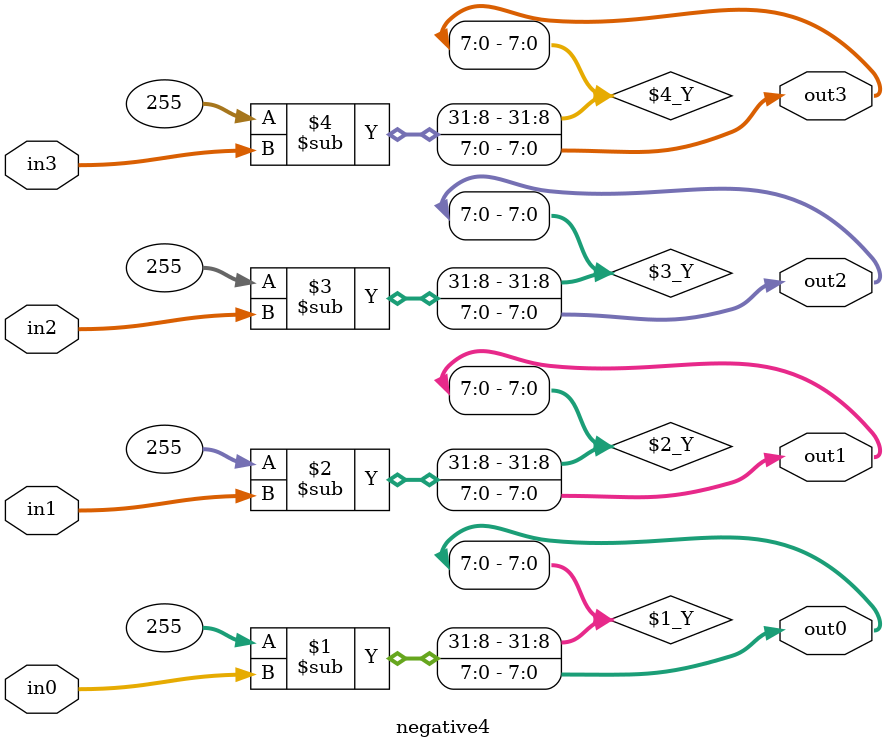
<source format=v>
module TMIP(
    // input signals
    clk,
    rst_n,
    in_valid, 
    in_valid2,
    
    image,
    template,
    image_size,
	action,
	
    // output signals
    out_valid,
    out_value
    );

input            clk, rst_n;
input            in_valid, in_valid2;

input      [7:0] image;
input      [7:0] template;
input      [1:0] image_size;
input      [2:0] action;

output reg       out_valid;
output reg       out_value;

//==================================================================
// parameter & integer
//==================================================================
parameter IDLE = 0;
parameter SELECT = 1;
parameter MAX_POOL = 2;
parameter NEGATIVE = 3;
parameter H_FLIP = 4;
parameter MEDIAN = 5;
parameter CONV = 6;

parameter FIRST_ACTION = 1;
parameter SECOND_ACTION = 2;
parameter THIRD_ACTION = 3;
parameter FOURTH_ACTION = 4;
parameter FIFTH_ACTION = 5;
parameter SIXTH_ACTION = 6;
parameter SINGLE_ACTION = 7;
parameter FINAL_ACTION = 8;
//==================================================================
// reg & wire
//==================================================================
reg in_valid_reg0, in_valid_reg1, in_valid_reg2;
reg [1:0] image_size_reg, image_size_reg_copy;
reg [7:0] mem_di[15:0], mem_do[15:0];
reg [5:0]  mem_addr;
reg mem_web;
reg [7:0] img_reg0, img_reg2;
reg [9:0] img_reg1;
reg [1:0] rgb_counter;
reg [127:0] row_reg0, row_reg1, row_reg2;
reg [7:0] template_reg[8:0];
reg [8:0] action_counter;
reg [2:0] action_reg[6:0];
reg [2:0] action_nxt;
reg action_done;
reg [2:0] action_num;
reg [2:0] action_lat;
reg [4:0] conv_counter;
reg [19:0] output_reg; 
//==================================================================
// design
//==================================================================
reg [2:0] state0, state0_nxt;
reg [3:0] state1, state1_nxt;
always @(posedge clk or negedge rst_n) begin
    if(~rst_n) begin
        state0 <= IDLE;
        state1 <= IDLE;
    end else begin
        state0 <= state0_nxt;
        state1 <= state1_nxt;
    end
end
always @(*) begin
    state0_nxt = state0;
    case(state0)
    IDLE: begin
        if(in_valid2) begin
            state0_nxt = SELECT;
        end
    end
    SELECT: begin
            state0_nxt = action - 1;
    end
    endcase
    if(action_done) begin
        if(in_valid2) begin
            if(action_lat == 0) begin
                state0_nxt = action - 1;
            end else begin
                state0_nxt = action_reg[action_nxt] - 1;
            end
        end else if(state0 == CONV) begin
            state0_nxt = IDLE;
        end else begin
            state0_nxt = action_reg[action_nxt] - 1;
        end
    end
end
always @(*) begin
    state1_nxt = state1;
    if(state1 == IDLE & in_valid2) begin
        if(state0 == SELECT) begin
            state1_nxt = FIRST_ACTION;
        end
        if(action - 1 == CONV) begin
            state1_nxt = SINGLE_ACTION;
        end
    end else if(state1 != FINAL_ACTION && state1 != SINGLE_ACTION) begin
        if(action_done) begin
            if(~in_valid2 & action_reg[action_nxt] - 1 == CONV) begin
                state1_nxt = FINAL_ACTION;
            end else if(in_valid2 & action - 1 == CONV & action_lat == 0) begin
                state1_nxt = FINAL_ACTION;
            end else begin
                state1_nxt = state1 + 1;
            end
        end
    end else if(action_done) begin
            state1_nxt = IDLE;
    end
end
always@(*) begin
    action_nxt = 0;
    case(state1)
    IDLE: action_nxt = 0; FIRST_ACTION: action_nxt = 1; SECOND_ACTION: action_nxt = 2; THIRD_ACTION: action_nxt = 3;
    FOURTH_ACTION: action_nxt = 4; FIFTH_ACTION: action_nxt = 5; SIXTH_ACTION: action_nxt = 6;
    endcase
end
mem_64X128 MEM_64X128(.A0(mem_addr[0]), .A1(mem_addr[1]), .A2(mem_addr[2]), .A3(mem_addr[3]), .A4(mem_addr[4]), .A5(mem_addr[5]), 
                      .DO0(mem_do[0][0]), .DO1(mem_do[0][1]), .DO2(mem_do[0][2]), .DO3(mem_do[0][3]), .DO4(mem_do[0][4]), .DO5(mem_do[0][5]), .DO6(mem_do[0][6]), .DO7(mem_do[0][7]),
                      .DO8(mem_do[1][0]), .DO9(mem_do[1][1]), .DO10(mem_do[1][2]), .DO11(mem_do[1][3]), .DO12(mem_do[1][4]), .DO13(mem_do[1][5]), .DO14(mem_do[1][6]), .DO15(mem_do[1][7]),
                      .DO16(mem_do[2][0]), .DO17(mem_do[2][1]), .DO18(mem_do[2][2]), .DO19(mem_do[2][3]), .DO20(mem_do[2][4]), .DO21(mem_do[2][5]), .DO22(mem_do[2][6]), .DO23(mem_do[2][7]),
                      .DO24(mem_do[3][0]), .DO25(mem_do[3][1]), .DO26(mem_do[3][2]), .DO27(mem_do[3][3]), .DO28(mem_do[3][4]), .DO29(mem_do[3][5]), .DO30(mem_do[3][6]), .DO31(mem_do[3][7]),
                      .DO32(mem_do[4][0]), .DO33(mem_do[4][1]), .DO34(mem_do[4][2]), .DO35(mem_do[4][3]), .DO36(mem_do[4][4]), .DO37(mem_do[4][5]), .DO38(mem_do[4][6]), .DO39(mem_do[4][7]),
                      .DO40(mem_do[5][0]), .DO41(mem_do[5][1]), .DO42(mem_do[5][2]), .DO43(mem_do[5][3]), .DO44(mem_do[5][4]), .DO45(mem_do[5][5]), .DO46(mem_do[5][6]), .DO47(mem_do[5][7]),
                      .DO48(mem_do[6][0]), .DO49(mem_do[6][1]), .DO50(mem_do[6][2]), .DO51(mem_do[6][3]), .DO52(mem_do[6][4]), .DO53(mem_do[6][5]), .DO54(mem_do[6][6]), .DO55(mem_do[6][7]),
                      .DO56(mem_do[7][0]), .DO57(mem_do[7][1]), .DO58(mem_do[7][2]), .DO59(mem_do[7][3]), .DO60(mem_do[7][4]), .DO61(mem_do[7][5]), .DO62(mem_do[7][6]), .DO63(mem_do[7][7]),
                      .DO64(mem_do[8][0]), .DO65(mem_do[8][1]), .DO66(mem_do[8][2]), .DO67(mem_do[8][3]), .DO68(mem_do[8][4]), .DO69(mem_do[8][5]), .DO70(mem_do[8][6]), .DO71(mem_do[8][7]),
                      .DO72(mem_do[9][0]), .DO73(mem_do[9][1]), .DO74(mem_do[9][2]), .DO75(mem_do[9][3]), .DO76(mem_do[9][4]), .DO77(mem_do[9][5]), .DO78(mem_do[9][6]), .DO79(mem_do[9][7]),
                      .DO80(mem_do[10][0]), .DO81(mem_do[10][1]), .DO82(mem_do[10][2]), .DO83(mem_do[10][3]), .DO84(mem_do[10][4]), .DO85(mem_do[10][5]), .DO86(mem_do[10][6]), .DO87(mem_do[10][7]),
                      .DO88(mem_do[11][0]), .DO89(mem_do[11][1]), .DO90(mem_do[11][2]), .DO91(mem_do[11][3]), .DO92(mem_do[11][4]), .DO93(mem_do[11][5]), .DO94(mem_do[11][6]), .DO95(mem_do[11][7]),
                      .DO96(mem_do[12][0]), .DO97(mem_do[12][1]), .DO98(mem_do[12][2]), .DO99(mem_do[12][3]), .DO100(mem_do[12][4]), .DO101(mem_do[12][5]), .DO102(mem_do[12][6]), .DO103(mem_do[12][7]),
                      .DO104(mem_do[13][0]), .DO105(mem_do[13][1]), .DO106(mem_do[13][2]), .DO107(mem_do[13][3]), .DO108(mem_do[13][4]), .DO109(mem_do[13][5]), .DO110(mem_do[13][6]), .DO111(mem_do[13][7]),
                      .DO112(mem_do[14][0]), .DO113(mem_do[14][1]), .DO114(mem_do[14][2]), .DO115(mem_do[14][3]), .DO116(mem_do[14][4]), .DO117(mem_do[14][5]), .DO118(mem_do[14][6]), .DO119(mem_do[14][7]),
                      .DO120(mem_do[15][0]), .DO121(mem_do[15][1]), .DO122(mem_do[15][2]), .DO123(mem_do[15][3]), .DO124(mem_do[15][4]), .DO125(mem_do[15][5]), .DO126(mem_do[15][6]), .DO127(mem_do[15][7]),
                      .DI0(mem_di[0][0]), .DI1(mem_di[0][1]), .DI2(mem_di[0][2]), .DI3(mem_di[0][3]), .DI4(mem_di[0][4]), .DI5(mem_di[0][5]), .DI6(mem_di[0][6]), .DI7(mem_di[0][7]),
                      .DI8(mem_di[1][0]), .DI9(mem_di[1][1]), .DI10(mem_di[1][2]), .DI11(mem_di[1][3]), .DI12(mem_di[1][4]), .DI13(mem_di[1][5]), .DI14(mem_di[1][6]), .DI15(mem_di[1][7]),
                      .DI16(mem_di[2][0]), .DI17(mem_di[2][1]), .DI18(mem_di[2][2]), .DI19(mem_di[2][3]), .DI20(mem_di[2][4]), .DI21(mem_di[2][5]), .DI22(mem_di[2][6]), .DI23(mem_di[2][7]),
                      .DI24(mem_di[3][0]), .DI25(mem_di[3][1]), .DI26(mem_di[3][2]), .DI27(mem_di[3][3]), .DI28(mem_di[3][4]), .DI29(mem_di[3][5]), .DI30(mem_di[3][6]), .DI31(mem_di[3][7]),
                      .DI32(mem_di[4][0]), .DI33(mem_di[4][1]), .DI34(mem_di[4][2]), .DI35(mem_di[4][3]), .DI36(mem_di[4][4]), .DI37(mem_di[4][5]), .DI38(mem_di[4][6]), .DI39(mem_di[4][7]),
                      .DI40(mem_di[5][0]), .DI41(mem_di[5][1]), .DI42(mem_di[5][2]), .DI43(mem_di[5][3]), .DI44(mem_di[5][4]), .DI45(mem_di[5][5]), .DI46(mem_di[5][6]), .DI47(mem_di[5][7]),
                      .DI48(mem_di[6][0]), .DI49(mem_di[6][1]), .DI50(mem_di[6][2]), .DI51(mem_di[6][3]), .DI52(mem_di[6][4]), .DI53(mem_di[6][5]), .DI54(mem_di[6][6]), .DI55(mem_di[6][7]),
                      .DI56(mem_di[7][0]), .DI57(mem_di[7][1]), .DI58(mem_di[7][2]), .DI59(mem_di[7][3]), .DI60(mem_di[7][4]), .DI61(mem_di[7][5]), .DI62(mem_di[7][6]), .DI63(mem_di[7][7]),
                      .DI64(mem_di[8][0]), .DI65(mem_di[8][1]), .DI66(mem_di[8][2]), .DI67(mem_di[8][3]), .DI68(mem_di[8][4]), .DI69(mem_di[8][5]), .DI70(mem_di[8][6]), .DI71(mem_di[8][7]),
                      .DI72(mem_di[9][0]), .DI73(mem_di[9][1]), .DI74(mem_di[9][2]), .DI75(mem_di[9][3]), .DI76(mem_di[9][4]), .DI77(mem_di[9][5]), .DI78(mem_di[9][6]), .DI79(mem_di[9][7]),
                      .DI80(mem_di[10][0]), .DI81(mem_di[10][1]), .DI82(mem_di[10][2]), .DI83(mem_di[10][3]), .DI84(mem_di[10][4]), .DI85(mem_di[10][5]), .DI86(mem_di[10][6]), .DI87(mem_di[10][7]),
                      .DI88(mem_di[11][0]), .DI89(mem_di[11][1]), .DI90(mem_di[11][2]), .DI91(mem_di[11][3]), .DI92(mem_di[11][4]), .DI93(mem_di[11][5]), .DI94(mem_di[11][6]), .DI95(mem_di[11][7]),
                      .DI96(mem_di[12][0]), .DI97(mem_di[12][1]), .DI98(mem_di[12][2]), .DI99(mem_di[12][3]), .DI100(mem_di[12][4]), .DI101(mem_di[12][5]), .DI102(mem_di[12][6]), .DI103(mem_di[12][7]),
                      .DI104(mem_di[13][0]), .DI105(mem_di[13][1]), .DI106(mem_di[13][2]), .DI107(mem_di[13][3]), .DI108(mem_di[13][4]), .DI109(mem_di[13][5]), .DI110(mem_di[13][6]), .DI111(mem_di[13][7]),
                      .DI112(mem_di[14][0]), .DI113(mem_di[14][1]), .DI114(mem_di[14][2]), .DI115(mem_di[14][3]), .DI116(mem_di[14][4]), .DI117(mem_di[14][5]), .DI118(mem_di[14][6]), .DI119(mem_di[14][7]),
                      .DI120(mem_di[15][0]), .DI121(mem_di[15][1]), .DI122(mem_di[15][2]), .DI123(mem_di[15][3]), .DI124(mem_di[15][4]), .DI125(mem_di[15][5]), .DI126(mem_di[15][6]), .DI127(mem_di[15][7]),
                      .CK(clk), .WEB(mem_web), .OE(1'b1), .CS(1'b1));

reg [7:0] mein0 [8:0], mein1 [8:0], mein2 [8:0], mein3 [8:0];
reg [7:0] meout0, meout1, meout2, meout3;
reg [7:0] maxima00, maxima01, maxima10, maxima11, maxima20, maxima21, maxima30, maxima31;
median median0(mein0[0], mein0[1], mein0[2], mein0[3], mein0[4], mein0[5], mein0[6], mein0[7], mein0[8], meout0, maxima00, maxima01);
median median1(mein1[0], mein1[1], mein1[2], mein1[3], mein1[4], mein1[5], mein1[6], mein1[7], mein1[8], meout1, maxima10, maxima11);
median median2(mein2[0], mein2[1], mein2[2], mein2[3], mein2[4], mein2[5], mein2[6], mein2[7], mein2[8], meout2, maxima20, maxima21);
median median3(mein3[0], mein3[1], mein3[2], mein3[3], mein3[4], mein3[5], mein3[6], mein3[7], mein3[8], meout3, maxima30, maxima31);
reg [7:0] nein [3:0];
reg [7:0] neout [3:0];
negative4 negative4(nein[0], nein[1], nein[2], nein[3], neout[0], neout[1], neout[2], neout[3]);
reg [1:0] target_map;
always @(posedge clk or negedge rst_n) begin
    if(~rst_n) begin
        target_map <= 0;
    end else begin
        target_map <= (state0_nxt == SELECT) ? action : target_map;
    end
end

always @(posedge clk or negedge rst_n) begin
    if(~rst_n) begin
        image_size_reg <= 0;
    end else begin
        if(in_valid & action_counter == 0 & rgb_counter == 0) begin
            image_size_reg <= image_size;
            image_size_reg_copy <= image_size;
        end else if(state0 == MAX_POOL && action_done) begin
            if(image_size_reg > 0) begin
                image_size_reg <= image_size_reg - 1;
            end
        end else if(state1 == FINAL_ACTION && action_done) begin
            image_size_reg <= image_size_reg_copy;
        end
    end
end
always @(posedge clk or negedge rst_n) begin
    if(~rst_n) begin
        in_valid_reg0 <= 0; 
        in_valid_reg1 <= 0;
        in_valid_reg2 <= 0;
    end else begin
        in_valid_reg0 <= in_valid;
        in_valid_reg1 <= in_valid_reg0;
        in_valid_reg2 <= in_valid_reg1;
    end
end
always @(posedge clk or negedge rst_n) begin
    if(~rst_n) begin
        rgb_counter <= 0;
    end else begin
        if(in_valid | in_valid_reg1) begin
            rgb_counter <= (rgb_counter == 2) ? 0 : rgb_counter + 1;
        end
        if(in_valid2) begin
            rgb_counter <= 0;
        end
    end
end
always @(posedge clk or negedge rst_n) begin
    if(~rst_n) begin
        img_reg0 <= 0;
        img_reg1 <= 0;
        img_reg2 <= 0;
    end else begin
        case(rgb_counter)
            0: begin
                img_reg0 <= image;
                img_reg1 <= image;
                img_reg2 <= image / 4;
            end
            1: begin
                img_reg0 <= image > img_reg0 ? image : img_reg0;
                img_reg1 <= img_reg1 + image;
                img_reg2 <= img_reg2 + image / 2;
            end
            2: begin
                img_reg0 <= image > img_reg0 ? image : img_reg0;
                img_reg1 <= img_reg1 + image;
                img_reg2 <= img_reg2 + image / 4;
            end
        endcase
    end
end
always @(posedge clk or negedge rst_n) begin
    if(~rst_n) begin
        action_lat <= 0;
    end else begin
        if(in_valid2) begin
            if(~action_done) begin
                if(state0 > 1) begin
                    action_lat <= action_lat + 1;
                end
            end
        end else begin
            action_lat <= 0;
        end
    end
end
always @(posedge clk or negedge rst_n) begin
    if(~rst_n) begin
        conv_counter <= 0;
    end else begin
        if(state0 == CONV) begin
            conv_counter <= conv_counter == 19 ? 0 : conv_counter + 1;
        end else begin
            conv_counter <= 0;
        end
    end
end
// ----------------- action -----------------
always @(posedge clk or negedge rst_n) begin
    if(~rst_n) begin
        action_counter <= 0;
    end else begin
        if(in_valid_reg1 | in_valid) begin
            if(rgb_counter == 2) begin
                action_counter <= action_counter + 1;
            end
        end else if(~in_valid) begin
            if(state0 == SELECT) begin
                action_counter <= 0;
            end else begin
                case(state0) 
                    MAX_POOL: begin
                        if(image_size_reg == 0) begin
                            action_counter <= 0;
                        end else if(image_size_reg == 1) begin
                            action_counter <= action_counter == 7 ? 0 : action_counter + 1;
                        end else if(image_size_reg == 2) begin
                            action_counter <= action_counter == 31 ? 0 : action_counter + 1;
                        end
                    end
                    NEGATIVE: begin
                        if(image_size_reg == 0) begin
                            action_counter <= action_counter == 5 ? 0 : action_counter + 1;
                        end else if(image_size_reg == 1) begin
                            action_counter <= action_counter == 19 ? 0 : action_counter + 1;
                        end else if(image_size_reg == 2) begin
                            action_counter <= action_counter == 79 ? 0 : action_counter + 1;
                        end
                    end
                    H_FLIP: begin
                        if(image_size_reg == 0) begin
                            action_counter <= action_counter == 2 ? 0 : action_counter + 1;
                        end else if(image_size_reg == 1) begin
                            action_counter <= action_counter == 7 ? 0 : action_counter + 1;
                        end else if(image_size_reg == 2) begin
                            action_counter <= action_counter == 31 ? 0 : action_counter + 1;
                        end
                    end
                    MEDIAN: begin
                        if(image_size_reg == 0) begin
                            action_counter <= action_counter == 5 ? 0 : action_counter + 1;
                        end else if(image_size_reg == 1) begin
                            action_counter <= action_counter == 21 ? 0 : action_counter + 1;
                        end else if(image_size_reg == 2) begin
                            action_counter <= action_counter == 94 ? 0 : action_counter + 1;
                        end
                    end
                    CONV: begin
                        if(image_size_reg == 0) begin
                            if(action_counter == 16 & conv_counter == 19) begin
                                action_counter <= 0;
                            end else begin
                                action_counter <= conv_counter == 19 ? action_counter + 1 : action_counter;
                            end
                        end else if(image_size_reg == 1) begin
                            if(action_counter == 64 & conv_counter == 19) begin
                                action_counter <= 0;
                            end else begin
                                action_counter <= conv_counter == 19 ? action_counter + 1 : action_counter;
                            end
                        end else if(image_size_reg == 2) begin
                            if(action_counter == 256 & conv_counter == 19) begin
                                action_counter <= 0;
                            end else begin
                                action_counter <= conv_counter == 19 ? action_counter + 1 : action_counter;
                            end
                        end
                    end
                    default: begin
                        action_counter <= 0;
                    end
                endcase
            end
        end
    end 
end
always @(*) begin
    action_done = 0;
    case(state0) 
        MAX_POOL: begin
            if(image_size_reg == 0) begin
                action_done = 1;
            end else if(image_size_reg == 1) begin
                action_done = action_counter == 7;
            end else if(image_size_reg == 2) begin
                action_done = action_counter == 31;
            end
        end
        NEGATIVE: begin
            if(image_size_reg == 0) begin
                action_done = action_counter == 5;
            end else if(image_size_reg == 1) begin
                action_done = action_counter == 19;
            end else if(image_size_reg == 2) begin
                action_done = action_counter == 79;
            end
        end
        H_FLIP: begin
            if(image_size_reg == 0) begin
                action_done = action_counter == 2;
            end else if(image_size_reg == 1) begin
                action_done = action_counter == 7;
            end else if(image_size_reg == 2) begin
                action_done = action_counter == 31;
            end
        end
        MEDIAN: begin
            if(image_size_reg == 0) begin
                action_done = action_counter == 5;
            end else if(image_size_reg == 1) begin
                action_done = action_counter == 21;
            end else if(image_size_reg == 2) begin
                action_done = action_counter == 94;
            end
        end
        CONV: begin
            if(image_size_reg == 0) begin
                action_done = (action_counter == 16) && (conv_counter == 19);
            end else if(image_size_reg == 1) begin
                action_done = (action_counter == 64) && (conv_counter == 19);
            end else if(image_size_reg == 2) begin
                action_done = (action_counter == 256) && (conv_counter == 19);
            end
        end
    endcase
end
// ----------------- general_reg -----------------
always @(posedge clk or negedge rst_n) begin
    if(~rst_n) begin
        row_reg0 <= 0; row_reg1 <= 0; row_reg2 <= 0;
    end else begin
        if(in_valid_reg0) begin
            if(rgb_counter == 0) begin
                row_reg0[7:0] <= row_reg0[15:8]; row_reg0[15:8] <= row_reg0[23:16]; row_reg0[23:16] <= row_reg0[31:24]; row_reg0[31:24] <= row_reg0[39:32]; 
                row_reg0[39:32] <= row_reg0[47:40]; row_reg0[47:40] <= row_reg0[55:48]; row_reg0[55:48] <= row_reg0[63:56]; row_reg0[63:56] <= row_reg0[71:64];
                row_reg0[71:64] <= row_reg0[79:72]; row_reg0[79:72] <= row_reg0[87:80]; row_reg0[87:80] <= row_reg0[95:88]; row_reg0[95:88] <= row_reg0[103:96];
                row_reg0[103:96] <= row_reg0[111:104]; row_reg0[111:104] <= row_reg0[119:112]; row_reg0[119:112] <= row_reg0[127:120]; row_reg0[127:120] <= img_reg0;
                row_reg1[7:0] <= row_reg1[15:8]; row_reg1[15:8] <= row_reg1[23:16]; row_reg1[23:16] <= row_reg1[31:24]; row_reg1[31:24] <= row_reg1[39:32];
                row_reg1[39:32] <= row_reg1[47:40]; row_reg1[47:40] <= row_reg1[55:48]; row_reg1[55:48] <= row_reg1[63:56]; row_reg1[63:56] <= row_reg1[71:64];
                row_reg1[71:64] <= row_reg1[79:72]; row_reg1[79:72] <= row_reg1[87:80]; row_reg1[87:80] <= row_reg1[95:88]; row_reg1[95:88] <= row_reg1[103:96];
                row_reg1[103:96] <= row_reg1[111:104]; row_reg1[111:104] <= row_reg1[119:112]; row_reg1[119:112] <= row_reg1[127:120]; row_reg1[127:120] <= img_reg1 / 3;
                row_reg2[7:0] <= row_reg2[15:8]; row_reg2[15:8] <= row_reg2[23:16]; row_reg2[23:16] <= row_reg2[31:24]; row_reg2[31:24] <= row_reg2[39:32];
                row_reg2[39:32] <= row_reg2[47:40]; row_reg2[47:40] <= row_reg2[55:48]; row_reg2[55:48] <= row_reg2[63:56]; row_reg2[63:56] <= row_reg2[71:64];
                row_reg2[71:64] <= row_reg2[79:72]; row_reg2[79:72] <= row_reg2[87:80]; row_reg2[87:80] <= row_reg2[95:88]; row_reg2[95:88] <= row_reg2[103:96];
                row_reg2[103:96] <= row_reg2[111:104]; row_reg2[111:104] <= row_reg2[119:112]; row_reg2[119:112] <= row_reg2[127:120]; row_reg2[127:120] <= img_reg2;
            end
        end else begin
            case(state0)
            MAX_POOL: begin
                case (action_counter)
                0, 4, 8, 12, 16, 20, 24, 28: row_reg0 <= {mem_do[15], mem_do[14], mem_do[13], mem_do[12], mem_do[11], mem_do[10], mem_do[9], mem_do[8], mem_do[7], mem_do[6], mem_do[5], mem_do[4], mem_do[3], mem_do[2], mem_do[1], mem_do[0]};
                1, 5, 9, 13, 17, 21, 25, 29: row_reg1 <= {mem_do[15], mem_do[14], mem_do[13], mem_do[12], mem_do[11], mem_do[10], mem_do[9], mem_do[8], mem_do[7], mem_do[6], mem_do[5], mem_do[4], mem_do[3], mem_do[2], mem_do[1], mem_do[0]};
                endcase
            end
            NEGATIVE: begin
                case (action_counter)
                0, 10, 20, 30, 40, 50, 60, 70: row_reg0 <= {mem_do[15], mem_do[14], mem_do[13], mem_do[12], mem_do[11], mem_do[10], mem_do[9], mem_do[8], mem_do[7], mem_do[6], mem_do[5], mem_do[4], mem_do[3], mem_do[2], mem_do[1], mem_do[0]};
                1, 11, 21, 31, 41, 51, 61, 71: row_reg1 <= {mem_do[15], mem_do[14], mem_do[13], mem_do[12], mem_do[11], mem_do[10], mem_do[9], mem_do[8], mem_do[7], mem_do[6], mem_do[5], mem_do[4], mem_do[3], mem_do[2], mem_do[1], mem_do[0]};
                endcase
            end
            H_FLIP: begin
                case (action_counter)
                0, 4, 8, 12, 16, 20, 24, 28: row_reg0 <= {mem_do[15], mem_do[14], mem_do[13], mem_do[12], mem_do[11], mem_do[10], mem_do[9], mem_do[8], mem_do[7], mem_do[6], mem_do[5], mem_do[4], mem_do[3], mem_do[2], mem_do[1], mem_do[0]};
                1, 5, 9, 13, 17, 21, 25, 29: row_reg1 <= {mem_do[15], mem_do[14], mem_do[13], mem_do[12], mem_do[11], mem_do[10], mem_do[9], mem_do[8], mem_do[7], mem_do[6], mem_do[5], mem_do[4], mem_do[3], mem_do[2], mem_do[1], mem_do[0]};
                endcase
            end
            MEDIAN: begin
                if(image_size_reg < 2) begin
                    case (action_counter)
                    0: row_reg0 <= {mem_do[15], mem_do[14], mem_do[13], mem_do[12], mem_do[11], mem_do[10], mem_do[9], mem_do[8], mem_do[7], mem_do[6], mem_do[5], mem_do[4], mem_do[3], mem_do[2], mem_do[1], mem_do[0]};
                    1: row_reg1 <= {mem_do[15], mem_do[14], mem_do[13], mem_do[12], mem_do[11], mem_do[10], mem_do[9], mem_do[8], mem_do[7], mem_do[6], mem_do[5], mem_do[4], mem_do[3], mem_do[2], mem_do[1], mem_do[0]}; 
                    8, 14: begin
                        row_reg0 <= row_reg1;
                        row_reg1 <= {mem_do[15], mem_do[14], mem_do[13], mem_do[12], mem_do[11], mem_do[10], mem_do[9], mem_do[8], mem_do[7], mem_do[6], mem_do[5], mem_do[4], mem_do[3], mem_do[2], mem_do[1], mem_do[0]};
                    end
                    endcase
                end else begin
                    case (action_counter)
                    0: row_reg1 <= {mem_do[15], mem_do[14], mem_do[13], mem_do[12], mem_do[11], mem_do[10], mem_do[9], mem_do[8], mem_do[7], mem_do[6], mem_do[5], mem_do[4], mem_do[3], mem_do[2], mem_do[1], mem_do[0]};
                    1: row_reg2 <= {mem_do[15], mem_do[14], mem_do[13], mem_do[12], mem_do[11], mem_do[10], mem_do[9], mem_do[8], mem_do[7], mem_do[6], mem_do[5], mem_do[4], mem_do[3], mem_do[2], mem_do[1], mem_do[0]}; 
                    7, 13, 19, 25, 31, 37, 43, 49, 55, 61, 67, 73, 79, 85, 89: begin
                        row_reg0 <= row_reg1;
                        row_reg1 <= row_reg2;
                        row_reg2 <= {mem_do[15], mem_do[14], mem_do[13], mem_do[12], mem_do[11], mem_do[10], mem_do[9], mem_do[8], mem_do[7], mem_do[6], mem_do[5], mem_do[4], mem_do[3], mem_do[2], mem_do[1], mem_do[0]};
                    end
                    endcase
                end
            end
            CONV: begin
                if(image_size_reg < 2) begin
                    case (action_counter)
                        0: begin
                            if(conv_counter == 0) begin
                                row_reg0 <= {mem_do[15], mem_do[14], mem_do[13], mem_do[12], mem_do[11], mem_do[10], mem_do[9], mem_do[8], mem_do[7], mem_do[6], mem_do[5], mem_do[4], mem_do[3], mem_do[2], mem_do[1], mem_do[0]};
                            end else if(conv_counter == 1) begin
                                row_reg1 <= {mem_do[15], mem_do[14], mem_do[13], mem_do[12], mem_do[11], mem_do[10], mem_do[9], mem_do[8], mem_do[7], mem_do[6], mem_do[5], mem_do[4], mem_do[3], mem_do[2], mem_do[1], mem_do[0]};
                            end
                        end
                        24, 40: begin
                            if(conv_counter == 1) begin
                                row_reg0 <= {mem_do[15], mem_do[14], mem_do[13], mem_do[12], mem_do[11], mem_do[10], mem_do[9], mem_do[8], mem_do[7], mem_do[6], mem_do[5], mem_do[4], mem_do[3], mem_do[2], mem_do[1], mem_do[0]};
                            end else if(conv_counter == 2) begin
                                row_reg1 <= {mem_do[15], mem_do[14], mem_do[13], mem_do[12], mem_do[11], mem_do[10], mem_do[9], mem_do[8], mem_do[7], mem_do[6], mem_do[5], mem_do[4], mem_do[3], mem_do[2], mem_do[1], mem_do[0]};
                            end
                        end
                    endcase
                end else begin
                    case (action_counter)
                        0: begin
                            if(conv_counter == 0) begin
                                row_reg0 <= {mem_do[15], mem_do[14], mem_do[13], mem_do[12], mem_do[11], mem_do[10], mem_do[9], mem_do[8], mem_do[7], mem_do[6], mem_do[5], mem_do[4], mem_do[3], mem_do[2], mem_do[1], mem_do[0]};
                            end else if(conv_counter == 1) begin
                                row_reg1 <= {mem_do[15], mem_do[14], mem_do[13], mem_do[12], mem_do[11], mem_do[10], mem_do[9], mem_do[8], mem_do[7], mem_do[6], mem_do[5], mem_do[4], mem_do[3], mem_do[2], mem_do[1], mem_do[0]};
                            end else if(conv_counter == 2) begin
                                row_reg2 <= {mem_do[15], mem_do[14], mem_do[13], mem_do[12], mem_do[11], mem_do[10], mem_do[9], mem_do[8], mem_do[7], mem_do[6], mem_do[5], mem_do[4], mem_do[3], mem_do[2], mem_do[1], mem_do[0]};
                            end
                        end
                        32, 48, 64, 80, 96, 112, 128, 144, 160, 176, 192, 208, 224: begin
                            if(conv_counter == 1) begin
                                row_reg0 <= row_reg1;
                                row_reg1 <= row_reg2;
                                row_reg2 <= {mem_do[15], mem_do[14], mem_do[13], mem_do[12], mem_do[11], mem_do[10], mem_do[9], mem_do[8], mem_do[7], mem_do[6], mem_do[5], mem_do[4], mem_do[3], mem_do[2], mem_do[1], mem_do[0]};
                            end
                        end
                    endcase
                end
            end
            endcase
        end
    end
end
// ----------------- memory control -----------------
always @(*) begin
    mem_web = 1'd1;
    mem_addr = 6'd0;
    mem_di[0] = 8'd0; mem_di[1] = 8'd0; mem_di[2] = 8'd0; mem_di[3] = 8'd0; mem_di[4] = 8'd0; mem_di[5] = 8'd0; mem_di[6] = 8'd0; mem_di[7] = 8'd0;
    mem_di[8] = 8'd0; mem_di[9] = 8'd0; mem_di[10] = 8'd0; mem_di[11] = 8'd0; mem_di[12] = 8'd0; mem_di[13] = 8'd0; mem_di[14] = 8'd0; mem_di[15] = 8'd0;
    if(in_valid_reg2) begin
        if(rgb_counter == 0) begin
            mem_addr = action_counter / 16 - 1;
        end else if(rgb_counter == 1) begin
            mem_addr = action_counter / 16 + 15;
        end else if(rgb_counter == 2) begin
            mem_addr = action_counter / 16 + 31;
        end
        if((action_counter == 16 | action_counter == 32 | action_counter == 48 | action_counter == 64 |
            action_counter == 80 | action_counter == 96 | action_counter == 112 | action_counter == 128 |
            action_counter == 144 | action_counter == 160 | action_counter == 176 | action_counter == 192 |
            action_counter == 208 | action_counter == 224 | action_counter == 240 | action_counter == 256)) begin
            mem_web = 1'd0;
            if(rgb_counter == 0) begin
                mem_di[0] = row_reg0[15:8]; mem_di[1] = row_reg0[23:16]; mem_di[2] = row_reg0[31:24]; mem_di[3] = row_reg0[39:32];
                mem_di[4] = row_reg0[47:40]; mem_di[5] = row_reg0[55:48]; mem_di[6] = row_reg0[63:56]; mem_di[7] = row_reg0[71:64];
                mem_di[8] = row_reg0[79:72]; mem_di[9] = row_reg0[87:80]; mem_di[10] = row_reg0[95:88]; mem_di[11] = row_reg0[103:96];
                mem_di[12] = row_reg0[111:104]; mem_di[13] = row_reg0[119:112]; mem_di[14] = row_reg0[127:120]; mem_di[15] = img_reg0;
            end else if(rgb_counter == 1) begin
                mem_di[0] = row_reg1[7:0]; mem_di[1] = row_reg1[15:8]; mem_di[2] = row_reg1[23:16]; mem_di[3] = row_reg1[31:24];
                mem_di[4] = row_reg1[39:32]; mem_di[5] = row_reg1[47:40]; mem_di[6] = row_reg1[55:48]; mem_di[7] = row_reg1[63:56];
                mem_di[8] = row_reg1[71:64]; mem_di[9] = row_reg1[79:72]; mem_di[10] = row_reg1[87:80]; mem_di[11] = row_reg1[95:88];
                mem_di[12] = row_reg1[103:96]; mem_di[13] = row_reg1[111:104]; mem_di[14] = row_reg1[119:112]; mem_di[15] = row_reg1[127:120];
            end else if(rgb_counter == 2) begin
                mem_di[0] = row_reg2[7:0]; mem_di[1] = row_reg2[15:8]; mem_di[2] = row_reg2[23:16]; mem_di[3] = row_reg2[31:24];
                mem_di[4] = row_reg2[39:32]; mem_di[5] = row_reg2[47:40]; mem_di[6] = row_reg2[55:48]; mem_di[7] = row_reg2[63:56];
                mem_di[8] = row_reg2[71:64]; mem_di[9] = row_reg2[79:72]; mem_di[10] = row_reg2[87:80]; mem_di[11] = row_reg2[95:88];
                mem_di[12] = row_reg2[103:96]; mem_di[13] = row_reg2[111:104]; mem_di[14] = row_reg2[119:112]; mem_di[15] = row_reg2[127:120];
            end
        end
    end else begin
        case(state0)
        SELECT: begin
            if(target_map == 0) begin           mem_addr = 6'd0;
            end else if(target_map == 1) begin  mem_addr = 6'd16;
            end else begin                      mem_addr = 6'd32;
            end
        end
        MAX_POOL: begin
            mem_addr = 6'd48; 
            if(image_size_reg == 0) begin
                mem_web = 1'd0;
                mem_di = {mem_do[15], mem_do[14], mem_do[13], mem_do[12], mem_do[11], mem_do[10], mem_do[9], mem_do[8], mem_do[7], mem_do[6], mem_do[5], mem_do[4], mem_do[3], mem_do[2], mem_do[1], mem_do[0]};
            end else if(image_size_reg == 1) begin
                case(action_counter)
                0: begin
                    if(state1 == FIRST_ACTION) begin
                        mem_addr = target_map * 16 + 1;
                    end else begin
                        mem_addr = 6'd49;
                    end
                end
                2: begin
                    mem_web = 1'd0;
                    mem_di = {8'd0, 8'd0, 8'd0, 8'd0, 8'd0, 8'd0, 8'd0, 8'd0, maxima31, maxima30, maxima21, maxima20, maxima11, maxima10, maxima01, maxima00};
                end
                3: begin
                    if(state1 == FIRST_ACTION) begin
                        mem_addr = target_map * 16 + 2;
                    end else begin
                        mem_addr = 6'd50;
                    end
                end
                4: begin
                    if(state1 == FIRST_ACTION) begin
                        mem_addr = target_map * 16 + 3;
                    end else begin
                        mem_addr = 6'd51;
                    end
                end
                6: begin
                    mem_web = 1'd0;
                    mem_di = {maxima31, maxima30, maxima21, maxima20, maxima11, maxima10, maxima01, maxima00, mem_do[7], mem_do[6], mem_do[5], mem_do[4], mem_do[3], mem_do[2], mem_do[1], mem_do[0]};
                end
                endcase
            end else if(image_size_reg == 2) begin
                if(action_counter > 9 && action_counter < 15) begin
                    mem_addr = 6'd49;
                end else if(action_counter > 17 && action_counter < 23) begin
                    mem_addr = 6'd50;
                end else if(action_counter > 25 && action_counter < 31) begin
                    mem_addr = 6'd51;
                end
                case(action_counter)
                0: begin
                    if(state1 == FIRST_ACTION) begin
                        mem_addr = target_map * 16 + 1;
                    end else begin
                        mem_addr = 6'd49;
                    end
                end
                2: begin
                    mem_web = 1'd0;
                    mem_di = {8'd0, 8'd0, 8'd0, 8'd0, 8'd0, 8'd0, 8'd0, 8'd0, maxima31, maxima30, maxima21, maxima20, maxima11, maxima10, maxima01, maxima00};
                end
                3: begin
                    if(state1 == FIRST_ACTION) begin
                        mem_addr = target_map * 16 + 2;
                    end else begin
                        mem_addr = 6'd50;
                    end
                end
                4: begin
                    if(state1 == FIRST_ACTION) begin
                        mem_addr = target_map * 16 + 3;
                    end else begin
                        mem_addr = 6'd51;
                    end
                end
                6: begin
                    mem_web = 1'd0;
                    mem_di = {maxima31, maxima30, maxima21, maxima20, maxima11, maxima10, maxima01, maxima00, mem_do[7], mem_do[6], mem_do[5], mem_do[4], mem_do[3], mem_do[2], mem_do[1], mem_do[0]};
                end
                7: begin
                    if(state1 == FIRST_ACTION) begin
                        mem_addr = target_map * 16 + 4;
                    end else begin
                        mem_addr = 6'd52;
                    end
                end
                8: begin
                    if(state1 == FIRST_ACTION) begin
                        mem_addr = target_map * 16 + 5;
                    end else begin
                        mem_addr = 6'd53;
                    end
                end
                10: begin
                    mem_web = 1'd0;
                    mem_di = {8'd0, 8'd0, 8'd0, 8'd0, 8'd0, 8'd0, 8'd0, 8'd0, maxima31, maxima30, maxima21, maxima20, maxima11, maxima10, maxima01, maxima00};
                end
                11: begin
                    if(state1 == FIRST_ACTION) begin
                        mem_addr = target_map * 16 + 6;
                    end else begin
                        mem_addr = 6'd54;
                    end
                end
                12: begin
                    if(state1 == FIRST_ACTION) begin
                        mem_addr = target_map * 16 + 7;
                    end else begin
                        mem_addr = 6'd55;
                    end
                end
                14: begin
                    mem_web = 1'd0;
                    mem_di = {maxima31, maxima30, maxima21, maxima20, maxima11, maxima10, maxima01, maxima00, mem_do[7], mem_do[6], mem_do[5], mem_do[4], mem_do[3], mem_do[2], mem_do[1], mem_do[0]};
                end
                15: begin
                    if(state1 == FIRST_ACTION) begin
                        mem_addr = target_map * 16 + 8;
                    end else begin
                        mem_addr = 6'd56;
                    end
                end
                16: begin
                    if(state1 == FIRST_ACTION) begin
                        mem_addr = target_map * 16 + 9;
                    end else begin
                        mem_addr = 6'd57;
                    end
                end
                18: begin
                    mem_web = 1'd0;
                    mem_di = {8'd0, 8'd0, 8'd0, 8'd0, 8'd0, 8'd0, 8'd0, 8'd0, maxima31, maxima30, maxima21, maxima20, maxima11, maxima10, maxima01, maxima00};
                end
                19: begin
                    if(state1 == FIRST_ACTION) begin
                        mem_addr = target_map * 16 + 10;
                    end else begin
                        mem_addr = 6'd58;
                    end
                end
                20: begin
                    if(state1 == FIRST_ACTION) begin
                        mem_addr = target_map * 16 + 11;
                    end else begin
                        mem_addr = 6'd59;
                    end
                end
                22: begin
                    mem_web = 1'd0;
                    mem_di = {maxima31, maxima30, maxima21, maxima20, maxima11, maxima10, maxima01, maxima00, mem_do[7], mem_do[6], mem_do[5], mem_do[4], mem_do[3], mem_do[2], mem_do[1], mem_do[0]};
                end
                23: begin
                    if(state1 == FIRST_ACTION) begin
                        mem_addr = target_map * 16 + 12;
                    end else begin
                        mem_addr = 6'd60;
                    end
                end
                24: begin
                    if(state1 == FIRST_ACTION) begin
                        mem_addr = target_map * 16 + 13;
                    end else begin
                        mem_addr = 6'd61;
                    end
                end
                26: begin
                    mem_web = 1'd0;
                    mem_di = {8'd0, 8'd0, 8'd0, 8'd0, 8'd0, 8'd0, 8'd0, 8'd0, maxima31, maxima30, maxima21, maxima20, maxima11, maxima10, maxima01, maxima00};
                end
                27: begin
                    if(state1 == FIRST_ACTION) begin
                        mem_addr = target_map * 16 + 14;
                    end else begin
                        mem_addr = 6'd62;
                    end
                end
                28: begin
                    if(state1 == FIRST_ACTION) begin
                        mem_addr = target_map * 16 + 15;
                    end else begin
                        mem_addr = 6'd63;
                    end
                end
                30: begin
                    mem_web = 1'd0;
                    mem_di = {maxima31, maxima30, maxima21, maxima20, maxima11, maxima10, maxima01, maxima00, mem_do[7], mem_do[6], mem_do[5], mem_do[4], mem_do[3], mem_do[2], mem_do[1], mem_do[0]};
                end
                endcase
            end
        end
        NEGATIVE: begin
            mem_addr = 6'd48; 
            if(image_size_reg == 0) begin
                case(action_counter)
                1: begin
                    mem_web = 1'd0;
                    {mem_di[3], mem_di[2], mem_di[1], mem_di[0]} = {neout[3], neout[2], neout[1], neout[0]};
                end
                2: begin
                    mem_web = 1'd0;
                    {mem_di[7], mem_di[6], mem_di[5], mem_di[4], mem_di[3], mem_di[2], mem_di[1], mem_di[0]} = {neout[3], neout[2], neout[1], neout[0], mem_do[3], mem_do[2], mem_do[1], mem_do[0]}; 
                end
                3: begin
                    mem_web = 1'd0;
                    {mem_di[11], mem_di[10], mem_di[9], mem_di[8], mem_di[7], mem_di[6], mem_di[5], mem_di[4], mem_di[3], mem_di[2], mem_di[1], mem_di[0]}
                    = {neout[3], neout[2], neout[1], neout[0], mem_do[7], mem_do[6], mem_do[5], mem_do[4], mem_do[3], mem_do[2], mem_do[1], mem_do[0]}; 
                end
                4: begin
                    mem_web = 1'd0;
                    {mem_di[15], mem_di[14], mem_di[13], mem_di[12], mem_di[11], mem_di[10], mem_di[9], mem_di[8], mem_di[7], mem_di[6], mem_di[5], mem_di[4], mem_di[3], mem_di[2], mem_di[1], mem_di[0]}
                    = {neout[3], neout[2], neout[1], neout[0], mem_do[11], mem_do[10], mem_do[9], mem_do[8], mem_do[7], mem_do[6], mem_do[5], mem_do[4], mem_do[3], mem_do[2], mem_do[1], mem_do[0]}; 
                end
                endcase
            end else if(image_size_reg == 1) begin
                if(action_counter > 4 && action_counter < 9) begin
                    mem_addr = 6'd49;
                end else if(action_counter > 10 && action_counter < 15) begin
                    mem_addr = 6'd50;
                end else if(action_counter > 14 && action_counter < 19) begin
                    mem_addr = 6'd51;
                end
                case(action_counter)
                0: begin
                    if(state1 == FIRST_ACTION) begin
                        mem_addr = target_map * 16 + 1;
                    end else begin
                        mem_addr = 6'd49;
                    end
                end 
                1, 5, 11, 15: begin
                    mem_web = 1'd0;
                    mem_di = {8'd0, 8'd0, 8'd0, 8'd0, 8'd0, 8'd0, 8'd0, 8'd0, 8'd0, 8'd0, 8'd0, 8'd0, neout[3], neout[2], neout[1], neout[0]};
                end
                2, 6, 12, 16: begin
                    mem_web = 1'd0;
                    mem_di = {8'd0, 8'd0, 8'd0, 8'd0, 8'd0, 8'd0, 8'd0, 8'd0, neout[3], neout[2], neout[1], neout[0], mem_do[3], mem_do[2], mem_do[1], mem_do[0]};
                end
                3, 7, 13, 17: begin
                    mem_web = 1'd0;
                    mem_di = {8'd0, 8'd0, 8'd0, 8'd0, neout[3], neout[2], neout[1], neout[0], mem_do[7], mem_do[6], mem_do[5], mem_do[4], mem_do[3], mem_do[2], mem_do[1], mem_do[0]};
                end
                4, 8, 14, 18: begin
                    mem_web = 1'd0;
                    mem_di = {neout[3], neout[2], neout[1], neout[0], mem_do[11], mem_do[10], mem_do[9], mem_do[8], mem_do[7], mem_do[6], mem_do[5], mem_do[4], mem_do[3], mem_do[2], mem_do[1], mem_do[0]};
                end
                9: begin
                    if(state1 == FIRST_ACTION) begin
                        mem_addr = target_map * 16 + 2;
                    end else begin
                        mem_addr = 6'd50;
                    end
                end
                10: begin
                    if(state1 == FIRST_ACTION) begin
                        mem_addr = target_map * 16 + 3;
                    end else begin
                        mem_addr = 6'd51;
                    end
                end
                endcase
            end else if(image_size_reg == 2) begin
                if(action_counter > 4 && action_counter < 9) begin
                    mem_addr = 6'd49;
                end else if(action_counter > 10 && action_counter < 15) begin
                    mem_addr = 6'd50;
                end else if(action_counter > 14 && action_counter < 19) begin
                    mem_addr = 6'd51;
                end else if(action_counter > 20 && action_counter < 25) begin
                    mem_addr = 6'd52;
                end else if(action_counter > 24 && action_counter < 29) begin
                    mem_addr = 6'd53;
                end else if(action_counter > 30 && action_counter < 35) begin
                    mem_addr = 6'd54;
                end else if(action_counter > 34 && action_counter < 39) begin
                    mem_addr = 6'd55;
                end else if(action_counter > 40 && action_counter < 45) begin
                    mem_addr = 6'd56;
                end else if(action_counter > 44 && action_counter < 49) begin
                    mem_addr = 6'd57;
                end else if(action_counter > 50 && action_counter < 55) begin
                    mem_addr = 6'd58;
                end else if(action_counter > 54 && action_counter < 59) begin
                    mem_addr = 6'd59;
                end else if(action_counter > 60 && action_counter < 65) begin
                    mem_addr = 6'd60;
                end else if(action_counter > 64 && action_counter < 69) begin
                    mem_addr = 6'd61;
                end else if(action_counter > 70 && action_counter < 75) begin
                    mem_addr = 6'd62;
                end else if(action_counter > 74 && action_counter < 79) begin
                    mem_addr = 6'd63;
                end
                case(action_counter)
                0: begin
                    if(state1 == FIRST_ACTION) begin
                        mem_addr = target_map * 16 + 1;
                    end else begin
                        mem_addr = 6'd49;
                    end
                end 
                1, 5, 11, 15, 21, 25, 31, 35, 41, 45, 51, 55, 61, 65, 71, 75: begin
                    mem_web = 1'd0;
                    mem_di = {8'd0, 8'd0, 8'd0, 8'd0, 8'd0, 8'd0, 8'd0, 8'd0, 8'd0, 8'd0, 8'd0, 8'd0, neout[3], neout[2], neout[1], neout[0]};
                end
                2, 6, 12, 16, 22, 26, 32, 36, 42, 46, 52, 56, 62, 66, 72, 76: begin
                    mem_web = 1'd0;
                    mem_di = {8'd0, 8'd0, 8'd0, 8'd0, 8'd0, 8'd0, 8'd0, 8'd0, neout[3], neout[2], neout[1], neout[0], mem_do[3], mem_do[2], mem_do[1], mem_do[0]};
                end
                3, 7, 13, 17, 23, 27, 33, 37, 43, 47, 53, 57, 63, 67, 73, 77: begin
                    mem_web = 1'd0;
                    mem_di = {8'd0, 8'd0, 8'd0, 8'd0, neout[3], neout[2], neout[1], neout[0], mem_do[7], mem_do[6], mem_do[5], mem_do[4], mem_do[3], mem_do[2], mem_do[1], mem_do[0]};
                end
                4, 8, 14, 18, 24, 28, 34, 38, 44, 48, 54, 58, 64, 68, 74, 78: begin
                    mem_web = 1'd0;
                    mem_di = {neout[3], neout[2], neout[1], neout[0], mem_do[11], mem_do[10], mem_do[9], mem_do[8], mem_do[7], mem_do[6], mem_do[5], mem_do[4], mem_do[3], mem_do[2], mem_do[1], mem_do[0]};
                end
                9: begin
                    if(state1 == FIRST_ACTION) begin
                        mem_addr = target_map * 16 + 2;
                    end else begin
                        mem_addr = 6'd50;
                    end
                end
                10: begin
                    if(state1 == FIRST_ACTION) begin
                        mem_addr = target_map * 16 + 3;
                    end else begin
                        mem_addr = 6'd51;
                    end
                end
                19: begin
                    if(state1 == FIRST_ACTION) begin
                        mem_addr = target_map * 16 + 4;
                    end else begin
                        mem_addr = 6'd52;
                    end
                end
                20: begin
                    if(state1 == FIRST_ACTION) begin
                        mem_addr = target_map * 16 + 5;
                    end else begin
                        mem_addr = 6'd53;
                    end
                end
                29: begin
                    if(state1 == FIRST_ACTION) begin
                        mem_addr = target_map * 16 + 6;
                    end else begin
                        mem_addr = 6'd54;
                    end
                end
                30: begin
                    if(state1 == FIRST_ACTION) begin
                        mem_addr = target_map * 16 + 7;
                    end else begin
                        mem_addr = 6'd55;
                    end
                end
                39: begin
                    if(state1 == FIRST_ACTION) begin
                        mem_addr = target_map * 16 + 8;
                    end else begin
                        mem_addr = 6'd56;
                    end
                end
                40: begin
                    if(state1 == FIRST_ACTION) begin
                        mem_addr = target_map * 16 + 9;
                    end else begin
                        mem_addr = 6'd57;
                    end
                end
                49: begin
                    if(state1 == FIRST_ACTION) begin
                        mem_addr = target_map * 16 + 10;
                    end else begin
                        mem_addr = 6'd58;
                    end
                end
                50: begin
                    if(state1 == FIRST_ACTION) begin
                        mem_addr = target_map * 16 + 11;
                    end else begin
                        mem_addr = 6'd59;
                    end
                end
                59: begin
                    if(state1 == FIRST_ACTION) begin
                        mem_addr = target_map * 16 + 12;
                    end else begin
                        mem_addr = 6'd60;
                    end
                end
                60: begin
                    if(state1 == FIRST_ACTION) begin
                        mem_addr = target_map * 16 + 13;
                    end else begin
                        mem_addr = 6'd61;
                    end
                end
                69: begin
                    if(state1 == FIRST_ACTION) begin
                        mem_addr = target_map * 16 + 14;
                    end else begin
                        mem_addr = 6'd62;
                    end
                end
                70: begin
                    if(state1 == FIRST_ACTION) begin
                        mem_addr = target_map * 16 + 15;
                    end else begin
                        mem_addr = 6'd63;
                    end
                end
                endcase
            end 
        end
        H_FLIP: begin
            mem_addr = 6'd48; 
            if(image_size_reg == 0) begin
                case(action_counter)
                1: begin
                    mem_web = 1'd0;
                    mem_di = {row_reg0[103:96], row_reg0[111:104], row_reg0[119:112], row_reg0[127:120], row_reg0[71:64], row_reg0[79:72], row_reg0[87:80], row_reg0[95:88],
                                row_reg0[39:32], row_reg0[47:40], row_reg0[55:48], row_reg0[63:56], row_reg0[7:0], row_reg0[15:8], row_reg0[23:16], row_reg0[31:24]};
                end
                endcase
            end else if(image_size_reg == 1) begin
                case(action_counter)
                0: begin
                    if(state1 == FIRST_ACTION) begin
                        mem_addr = target_map * 16 + 1;
                    end else begin
                        mem_addr = 6'd49;
                    end
                end 
                1, 5: begin
                    mem_web = 1'd0;
                    mem_addr = (action_counter > 2) ? 6'd50 : 6'd48;
                    mem_di = {row_reg0[71:64], row_reg0[79:72], row_reg0[87:80], row_reg0[95:88], row_reg0[103:96], row_reg0[111:104], row_reg0[119:112], row_reg0[127:120],
                                row_reg0[7:0], row_reg0[15:8], row_reg0[23:16], row_reg0[31:24], row_reg0[39:32], row_reg0[47:40], row_reg0[55:48], row_reg0[63:56]};
                end
                2, 6: begin
                    mem_web = 1'd0;
                    mem_addr = (action_counter > 2) ? 6'd51 : 6'd49;
                    mem_di = {row_reg1[71:64], row_reg1[79:72], row_reg1[87:80], row_reg1[95:88], row_reg1[103:96], row_reg1[111:104], row_reg1[119:112], row_reg1[127:120],
                                row_reg1[7:0], row_reg1[15:8], row_reg1[23:16], row_reg1[31:24], row_reg1[39:32], row_reg1[47:40], row_reg1[55:48], row_reg1[63:56]};
                end
                3: begin
                    if(state1 == FIRST_ACTION) begin
                        mem_addr = target_map * 16 + 2;
                    end else begin
                        mem_addr = 6'd50;
                    end
                end
                4: begin
                    if(state1 == FIRST_ACTION) begin
                        mem_addr = target_map * 16 + 3;
                    end else begin
                        mem_addr = 6'd51;
                    end
                end
                endcase
            end else if(image_size_reg == 2) begin
                case(action_counter)
                0: begin
                    if(state1 == FIRST_ACTION) begin
                        mem_addr = target_map * 16 + 1;
                    end else begin
                        mem_addr = 6'd49;
                    end
                end 
                1, 5, 9, 13, 17, 21, 25, 29: begin
                    if(action_counter == 5) begin
                        mem_addr = 6'd50;
                    end else if(action_counter == 9) begin
                        mem_addr = 6'd52;
                    end else if(action_counter == 13) begin
                        mem_addr = 6'd54;
                    end else if(action_counter == 17) begin
                        mem_addr = 6'd56;
                    end else if(action_counter == 21) begin
                        mem_addr = 6'd58;
                    end else if(action_counter == 25) begin
                        mem_addr = 6'd60;
                    end else if(action_counter == 29) begin
                        mem_addr = 6'd62;
                    end
                    mem_web = 1'd0;
                    mem_di = {row_reg0[7:0], row_reg0[15:8], row_reg0[23:16], row_reg0[31:24], row_reg0[39:32], row_reg0[47:40], row_reg0[55:48], row_reg0[63:56],
                                row_reg0[71:64], row_reg0[79:72], row_reg0[87:80], row_reg0[95:88], row_reg0[103:96], row_reg0[111:104], row_reg0[119:112], row_reg0[127:120]};
                end
                2, 6, 10, 14, 18, 22, 26, 30: begin
                    mem_addr = 6'd49;
                    if(action_counter == 6) begin
                        mem_addr = 6'd51;
                    end else if(action_counter == 10) begin
                        mem_addr = 6'd53;
                    end else if(action_counter == 14) begin
                        mem_addr = 6'd55;
                    end else if(action_counter == 18) begin
                        mem_addr = 6'd57;
                    end else if(action_counter == 22) begin
                        mem_addr = 6'd59;
                    end else if(action_counter == 26) begin
                        mem_addr = 6'd61;
                    end else if(action_counter == 30) begin
                        mem_addr = 6'd63;
                    end
                    mem_web = 1'd0;
                    mem_di = {row_reg1[7:0], row_reg1[15:8], row_reg1[23:16], row_reg1[31:24], row_reg1[39:32], row_reg1[47:40], row_reg1[55:48], row_reg1[63:56],
                                row_reg1[71:64], row_reg1[79:72], row_reg1[87:80], row_reg1[95:88], row_reg1[103:96], row_reg1[111:104], row_reg1[119:112], row_reg1[127:120]};
                end
                3: begin
                    if(state1 == FIRST_ACTION) begin
                        mem_addr = target_map * 16 + 2;
                    end else begin
                        mem_addr = 6'd50;
                    end
                end
                4: begin
                    if(state1 == FIRST_ACTION) begin
                        mem_addr = target_map * 16 + 3;
                    end else begin
                        mem_addr = 6'd51;
                    end
                end
                7: begin
                    if(state1 == FIRST_ACTION) begin
                        mem_addr = target_map * 16 + 4;
                    end else begin
                        mem_addr = 6'd52;
                    end
                end
                8: begin
                    if(state1 == FIRST_ACTION) begin
                        mem_addr = target_map * 16 + 5;
                    end else begin
                        mem_addr = 6'd53;
                    end
                end
                11: begin
                    if(state1 == FIRST_ACTION) begin
                        mem_addr = target_map * 16 + 6;
                    end else begin
                        mem_addr = 6'd54;
                    end
                end
                12: begin
                    if(state1 == FIRST_ACTION) begin
                        mem_addr = target_map * 16 + 7;
                    end else begin
                        mem_addr = 6'd55;
                    end
                end
                15: begin
                    if(state1 == FIRST_ACTION) begin
                        mem_addr = target_map * 16 + 8;
                    end else begin
                        mem_addr = 6'd56;
                    end
                end
                16: begin
                    if(state1 == FIRST_ACTION) begin
                        mem_addr = target_map * 16 + 9;
                    end else begin
                        mem_addr = 6'd57;
                    end
                end
                19: begin
                    if(state1 == FIRST_ACTION) begin
                        mem_addr = target_map * 16 + 10;
                    end else begin
                        mem_addr = 6'd58;
                    end
                end
                20: begin
                    if(state1 == FIRST_ACTION) begin
                        mem_addr = target_map * 16 + 11;
                    end else begin
                        mem_addr = 6'd59;
                    end
                end
                23: begin
                    if(state1 == FIRST_ACTION) begin
                        mem_addr = target_map * 16 + 12;
                    end else begin
                        mem_addr = 6'd60;
                    end
                end
                24: begin
                    if(state1 == FIRST_ACTION) begin
                        mem_addr = target_map * 16 + 13;
                    end else begin
                        mem_addr = 6'd61;
                    end
                end
                27: begin
                    if(state1 == FIRST_ACTION) begin
                        mem_addr = target_map * 16 + 14;
                    end else begin
                        mem_addr = 6'd62;
                    end
                end
                28: begin
                    if(state1 == FIRST_ACTION) begin
                        mem_addr = target_map * 16 + 15;
                    end else begin
                        mem_addr = 6'd63;
                    end
                end
                endcase
            end
        end
        MEDIAN: begin
            mem_addr = 6'd48; 
            if(image_size_reg == 0) begin
                case(action_counter)
                1: begin
                    mem_web = 1'd0;
                    {mem_di[3], mem_di[2], mem_di[1], mem_di[0]} = {meout3, meout2, meout1, meout0};
                end
                2: begin
                    mem_web = 1'd0;
                    {mem_di[7], mem_di[6], mem_di[5], mem_di[4], mem_di[3], mem_di[2], mem_di[1], mem_di[0]} = {meout3, meout2, meout1, meout0, mem_do[3], mem_do[2], mem_do[1], mem_do[0]}; 
                end
                3: begin
                    mem_web = 1'd0;
                    {mem_di[11], mem_di[10], mem_di[9], mem_di[8], mem_di[7], mem_di[6], mem_di[5], mem_di[4], mem_di[3], mem_di[2], mem_di[1], mem_di[0]}
                    = {meout3, meout2, meout1, meout0, mem_do[7], mem_do[6], mem_do[5], mem_do[4], mem_do[3], mem_do[2], mem_do[1], mem_do[0]}; 
                end
                4: begin
                    mem_web = 1'd0;
                    {mem_di[15], mem_di[14], mem_di[13], mem_di[12], mem_di[11], mem_di[10], mem_di[9], mem_di[8], mem_di[7], mem_di[6], mem_di[5], mem_di[4], mem_di[3], mem_di[2], mem_di[1], mem_di[0]}
                    = {meout3, meout2, meout1, meout0, mem_do[11], mem_do[10], mem_do[9], mem_do[8], mem_do[7], mem_do[6], mem_do[5], mem_do[4], mem_do[3], mem_do[2], mem_do[1], mem_do[0]}; 
                end
                endcase
            end else if(image_size_reg == 1) begin
                if(action_counter > 4 && action_counter < 11) begin
                    mem_addr = 6'd49;
                end else if(action_counter > 10 && action_counter < 17) begin
                    mem_addr = 6'd50;
                end else if(action_counter > 16 && action_counter < 21) begin
                    mem_addr = 6'd51;
                end
                case(action_counter)
                0: begin
                    if(state1 == FIRST_ACTION) begin
                        mem_addr = target_map * 16 + 1;
                    end else begin
                        mem_addr = 6'd49;
                    end
                end
                1, 5, 11, 17: begin
                    mem_web = 1'd0;
                    {mem_di[3], mem_di[2], mem_di[1], mem_di[0]} = {meout3, meout2, meout1, meout0};
                end
                2, 6, 12, 18: begin
                    mem_web = 1'd0;
                    {mem_di[7], mem_di[6], mem_di[5], mem_di[4], mem_di[3], mem_di[2], mem_di[1], mem_di[0]} = {meout3, meout2, meout1, meout0, mem_do[3], mem_do[2], mem_do[1], mem_do[0]}; 
                end
                3, 9, 15, 19: begin
                    mem_web = 1'd0;
                    {mem_di[11], mem_di[10], mem_di[9], mem_di[8], mem_di[7], mem_di[6], mem_di[5], mem_di[4], mem_di[3], mem_di[2], mem_di[1], mem_di[0]}
                    = {meout3, meout2, meout1, meout0, mem_do[7], mem_do[6], mem_do[5], mem_do[4], mem_do[3], mem_do[2], mem_do[1], mem_do[0]}; 
                end
                4, 10, 16, 20: begin
                    mem_web = 1'd0;
                    {mem_di[15], mem_di[14], mem_di[13], mem_di[12], mem_di[11], mem_di[10], mem_di[9], mem_di[8], mem_di[7], mem_di[6], mem_di[5], mem_di[4], mem_di[3], mem_di[2], mem_di[1], mem_di[0]}
                    = {meout3, meout2, meout1, meout0, mem_do[11], mem_do[10], mem_do[9], mem_do[8], mem_do[7], mem_do[6], mem_do[5], mem_do[4], mem_do[3], mem_do[2], mem_do[1], mem_do[0]}; 
                end
                7: begin
                    if(state1 == FIRST_ACTION) begin
                        mem_addr = target_map * 16 + 2;
                    end else begin
                        mem_addr = 6'd50;
                    end
                end
                13: begin
                    if(state1 == FIRST_ACTION) begin
                        mem_addr = target_map * 16 + 3;
                    end else begin
                        mem_addr = 6'd51;
                    end
                end
                endcase
            end else if(image_size_reg == 2) begin
                if(action_counter > 7 && action_counter < 12) begin
                    mem_addr = 6'd49;
                end else if(action_counter > 13 && action_counter < 18) begin
                    mem_addr = 6'd50;
                end else if(action_counter > 19 && action_counter < 24) begin
                    mem_addr = 6'd51;
                end else if(action_counter > 25 && action_counter < 30) begin
                    mem_addr = 6'd52;
                end else if(action_counter > 31 && action_counter < 36) begin
                    mem_addr = 6'd53;
                end else if(action_counter > 37 && action_counter < 42) begin
                    mem_addr = 6'd54;
                end else if(action_counter > 43 && action_counter < 48) begin
                    mem_addr = 6'd55;
                end else if(action_counter > 49 && action_counter < 54) begin
                    mem_addr = 6'd56;
                end else if(action_counter > 55 && action_counter < 60) begin
                    mem_addr = 6'd57;
                end else if(action_counter > 61 && action_counter < 66) begin
                    mem_addr = 6'd58;
                end else if(action_counter > 67 && action_counter < 72) begin
                    mem_addr = 6'd59;
                end else if(action_counter > 73 && action_counter < 78) begin
                    mem_addr = 6'd60;
                end else if(action_counter > 79 && action_counter < 84) begin
                    mem_addr = 6'd61;
                end else if(action_counter > 85 && action_counter < 90) begin
                    mem_addr = 6'd62;
                end else if(action_counter > 89 && action_counter < 94) begin
                    mem_addr = 6'd63;
                end
                case(action_counter)
                0: begin
                    if(state1 == FIRST_ACTION) begin
                        mem_addr = target_map * 16 + 1;
                    end else begin
                        mem_addr = 6'd49;
                    end
                end
                2, 8, 14, 20, 26, 32, 38, 44, 50, 56, 62, 68, 74, 80, 86, 90: begin
                    mem_web = 1'd0;
                    {mem_di[3], mem_di[2], mem_di[1], mem_di[0]} = {meout3, meout2, meout1, meout0};
                end
                3, 9, 15, 21, 27, 33, 39, 45, 51, 57, 63, 69, 75, 81, 87, 91: begin
                    mem_web = 1'd0;
                    {mem_di[7], mem_di[6], mem_di[5], mem_di[4], mem_di[3], mem_di[2], mem_di[1], mem_di[0]} = {meout3, meout2, meout1, meout0, mem_do[3], mem_do[2], mem_do[1], mem_do[0]}; 
                end
                4, 10, 16, 22, 28, 34, 40, 46, 52, 58, 64, 70, 76, 82, 88, 92: begin
                    mem_web = 1'd0;
                    {mem_di[11], mem_di[10], mem_di[9], mem_di[8], mem_di[7], mem_di[6], mem_di[5], mem_di[4], mem_di[3], mem_di[2], mem_di[1], mem_di[0]}
                    = {meout3, meout2, meout1, meout0, mem_do[7], mem_do[6], mem_do[5], mem_do[4], mem_do[3], mem_do[2], mem_do[1], mem_do[0]}; 
                end
                5, 11, 17, 23, 29, 35, 41, 47, 53, 59, 65, 71, 77, 83, 89, 93: begin
                    mem_web = 1'd0;
                    {mem_di[15], mem_di[14], mem_di[13], mem_di[12], mem_di[11], mem_di[10], mem_di[9], mem_di[8], mem_di[7], mem_di[6], mem_di[5], mem_di[4], mem_di[3], mem_di[2], mem_di[1], mem_di[0]}
                    = {meout3, meout2, meout1, meout0, mem_do[11], mem_do[10], mem_do[9], mem_do[8], mem_do[7], mem_do[6], mem_do[5], mem_do[4], mem_do[3], mem_do[2], mem_do[1], mem_do[0]}; 
                end
                6: begin
                    if(state1 == FIRST_ACTION) begin
                        mem_addr = target_map * 16 + 2;
                    end else begin
                        mem_addr = 6'd50;
                    end
                end
                12: begin
                    if(state1 == FIRST_ACTION) begin
                        mem_addr = target_map * 16 + 3;
                    end else begin
                        mem_addr = 6'd51;
                    end
                end
                18: begin
                    if(state1 == FIRST_ACTION) begin
                        mem_addr = target_map * 16 + 4;
                    end else begin
                        mem_addr = 6'd52;
                    end
                end
                24: begin
                    if(state1 == FIRST_ACTION) begin
                        mem_addr = target_map * 16 + 5;
                    end else begin
                        mem_addr = 6'd53;
                    end
                end
                30: begin
                    if(state1 == FIRST_ACTION) begin
                        mem_addr = target_map * 16 + 6;
                    end else begin
                        mem_addr = 6'd54;
                    end
                end
                36: begin
                    if(state1 == FIRST_ACTION) begin
                        mem_addr = target_map * 16 + 7;
                    end else begin
                        mem_addr = 6'd55;
                    end
                end
                42: begin
                    if(state1 == FIRST_ACTION) begin
                        mem_addr = target_map * 16 + 8;
                    end else begin
                        mem_addr = 6'd56;
                    end
                end
                48: begin
                    if(state1 == FIRST_ACTION) begin
                        mem_addr = target_map * 16 + 9;
                    end else begin
                        mem_addr = 6'd57;
                    end
                end
                54: begin
                    if(state1 == FIRST_ACTION) begin
                        mem_addr = target_map * 16 + 10;
                    end else begin
                        mem_addr = 6'd58;
                    end
                end
                60: begin
                    if(state1 == FIRST_ACTION) begin
                        mem_addr = target_map * 16 + 11;
                    end else begin
                        mem_addr = 6'd59;
                    end
                end
                66: begin
                    if(state1 == FIRST_ACTION) begin
                        mem_addr = target_map * 16 + 12;
                    end else begin
                        mem_addr = 6'd60;
                    end
                end
                72: begin
                    if(state1 == FIRST_ACTION) begin
                        mem_addr = target_map * 16 + 13;
                    end else begin
                        mem_addr = 6'd61;
                    end
                end
                78: begin
                    if(state1 == FIRST_ACTION) begin
                        mem_addr = target_map * 16 + 14;
                    end else begin
                        mem_addr = 6'd62;
                    end
                end
                84: begin
                    if(state1 == FIRST_ACTION) begin
                        mem_addr = target_map * 16 + 15;
                    end else begin
                        mem_addr = 6'd63;
                    end
                end
                endcase
            end 
        end
        CONV: begin
            if(image_size_reg == 1) begin
                case(action_counter)
                0: begin
                    if(state1 == SINGLE_ACTION) begin
                        mem_addr = target_map * 16 + 1;
                    end else begin
                        mem_addr = 6'd49;
                    end
                end 
                24: begin
                    if(conv_counter == 0) begin
                        if(state1 == SINGLE_ACTION) begin
                            mem_addr = target_map * 16 + 1;
                        end else begin
                            mem_addr = 6'd49;
                        end
                    end else if(conv_counter == 1) begin
                        if(state1 == SINGLE_ACTION) begin
                            mem_addr = target_map * 16 + 2;
                        end else begin
                            mem_addr = 6'd50;
                        end
                    end 
                end
                40: begin
                    if(conv_counter == 0) begin
                        if(state1 == SINGLE_ACTION) begin
                            mem_addr = target_map * 16 + 2;
                        end else begin
                            mem_addr = 6'd50;
                        end
                    end else if(conv_counter == 1) begin
                        if(state1 == SINGLE_ACTION) begin
                            mem_addr = target_map * 16 + 3;
                        end else begin
                            mem_addr = 6'd51;
                        end
                    end 
                end
                endcase
            end else if(image_size_reg == 2) begin
                case(action_counter)
                0: begin
                    if(conv_counter == 0) begin
                        if(state1 == SINGLE_ACTION) begin
                            mem_addr = target_map * 16 + 1;
                        end else begin
                            mem_addr = 6'd49;
                        end
                    end else if(conv_counter == 1) begin
                        if(state1 == SINGLE_ACTION) begin
                            mem_addr = target_map * 16 + 2;
                        end else begin
                            mem_addr = 6'd50;
                        end
                    end 
                end 
                32: begin
                    if(conv_counter == 0) begin
                        if(state1 == SINGLE_ACTION) begin
                            mem_addr = target_map * 16 + 3;
                        end else begin
                            mem_addr = 6'd51;
                        end
                    end
                end
                48: begin
                    if(conv_counter == 0) begin
                        if(state1 == SINGLE_ACTION) begin
                            mem_addr = target_map * 16 + 4;
                        end else begin
                            mem_addr = 6'd52;
                        end
                    end
                end
                64: begin
                    if(conv_counter == 0) begin
                        if(state1 == SINGLE_ACTION) begin
                            mem_addr = target_map * 16 + 5;
                        end else begin
                            mem_addr = 6'd53;
                        end
                    end
                end
                80: begin
                    if(conv_counter == 0) begin
                        if(state1 == SINGLE_ACTION) begin
                            mem_addr = target_map * 16 + 6;
                        end else begin
                            mem_addr = 6'd54;
                        end
                    end
                end
                96: begin
                    if(conv_counter == 0) begin
                        if(state1 == SINGLE_ACTION) begin
                            mem_addr = target_map * 16 + 7;
                        end else begin
                            mem_addr = 6'd55;
                        end
                    end
                end
                112: begin
                    if(conv_counter == 0) begin
                        if(state1 == SINGLE_ACTION) begin
                            mem_addr = target_map * 16 + 8;
                        end else begin
                            mem_addr = 6'd56;
                        end
                    end
                end
                128: begin
                    if(conv_counter == 0) begin
                        if(state1 == SINGLE_ACTION) begin
                            mem_addr = target_map * 16 + 9;
                        end else begin
                            mem_addr = 6'd57;
                        end
                    end
                end
                144: begin
                    if(conv_counter == 0) begin
                        if(state1 == SINGLE_ACTION) begin
                            mem_addr = target_map * 16 + 10;
                        end else begin
                            mem_addr = 6'd58;
                        end
                    end
                end
                160: begin
                    if(conv_counter == 0) begin
                        if(state1 == SINGLE_ACTION) begin
                            mem_addr = target_map * 16 + 11;
                        end else begin
                            mem_addr = 6'd59;
                        end
                    end
                end
                176: begin
                    if(conv_counter == 0) begin
                        if(state1 == SINGLE_ACTION) begin
                            mem_addr = target_map * 16 + 12;
                        end else begin
                            mem_addr = 6'd60;
                        end
                    end
                end
                192: begin
                    if(conv_counter == 0) begin
                        if(state1 == SINGLE_ACTION) begin
                            mem_addr = target_map * 16 + 13;
                        end else begin
                            mem_addr = 6'd61;
                        end
                    end
                end
                208: begin
                    if(conv_counter == 0) begin
                        if(state1 == SINGLE_ACTION) begin
                            mem_addr = target_map * 16 + 14;
                        end else begin
                            mem_addr = 6'd62;
                        end
                    end
                end
                224: begin
                    if(conv_counter == 0) begin
                        if(state1 == SINGLE_ACTION) begin
                            mem_addr = target_map * 16 + 15;
                        end else begin
                            mem_addr = 6'd63;
                        end
                    end
                end
                endcase
            end
        end
        endcase
    end
end
// ----------------- median & max_pool -----------------
always @(*) begin
    mein0 = {8'd0, 8'd0, 8'd0, 8'd0, 8'd0, 8'd0, 8'd0, 8'd0, 8'd0};
    mein1 = {8'd0, 8'd0, 8'd0, 8'd0, 8'd0, 8'd0, 8'd0, 8'd0, 8'd0};
    mein2 = {8'd0, 8'd0, 8'd0, 8'd0, 8'd0, 8'd0, 8'd0, 8'd0, 8'd0};
    mein3 = {8'd0, 8'd0, 8'd0, 8'd0, 8'd0, 8'd0, 8'd0, 8'd0, 8'd0};
    if(state0 == MAX_POOL) begin
        if(image_size_reg == 1) begin
            case(action_counter) 
            2, 6: begin
                {mein0[0], mein0[1], mein0[3], mein0[7]} = {row_reg0[7:0], row_reg0[15:8], row_reg0[71: 64], row_reg0[79:72]};
                {mein0[2], mein0[4], mein0[5], mein0[8]} = {row_reg0[23:16], row_reg0[31:24], row_reg0[87: 80], row_reg0[95:88]};
                {mein1[0], mein1[1], mein1[3], mein1[7]} = {row_reg0[39:32], row_reg0[47:40], row_reg0[103: 96], row_reg0[111:104]};
                {mein1[2], mein1[4], mein1[5], mein1[8]} = {row_reg0[55:48], row_reg0[63:56], row_reg0[119: 112], row_reg0[127:120]};
                {mein2[0], mein2[1], mein2[3], mein2[7]} = {row_reg1[7:0], row_reg1[15:8], row_reg1[71: 64], row_reg1[79:72]};
                {mein2[2], mein2[4], mein2[5], mein2[8]} = {row_reg1[23:16], row_reg1[31:24], row_reg1[87: 80], row_reg1[95:88]};
                {mein3[0], mein3[1], mein3[3], mein3[7]} = {row_reg1[39:32], row_reg1[47:40], row_reg1[103: 96], row_reg1[111:104]};
                {mein3[2], mein3[4], mein3[5], mein3[8]} = {row_reg1[55:48], row_reg1[63:56], row_reg1[119: 112], row_reg1[127:120]};
            end
            endcase
        end else if(image_size_reg == 2) begin
            case(action_counter) 
            2, 6, 10, 14, 18, 22, 26, 30: begin
                {mein0[0], mein0[1], mein0[3], mein0[7]} = {row_reg0[7:0], row_reg0[15:8], row_reg1[7:0], row_reg1[15:8]};
                {mein0[2], mein0[4], mein0[5], mein0[8]} = {row_reg0[23:16], row_reg0[31:24], row_reg1[23:16], row_reg1[31:24]};
                {mein1[0], mein1[1], mein1[3], mein1[7]} = {row_reg0[39:32], row_reg0[47:40], row_reg1[39:32], row_reg1[47:40]};
                {mein1[2], mein1[4], mein1[5], mein1[8]} = {row_reg0[55:48], row_reg0[63:56], row_reg1[55:48], row_reg1[63:56]};
                {mein2[0], mein2[1], mein2[3], mein2[7]} = {row_reg0[71:64], row_reg0[79:72], row_reg1[71:64], row_reg1[79:72]};
                {mein2[2], mein2[4], mein2[5], mein2[8]} = {row_reg0[87:80], row_reg0[95:88], row_reg1[87:80], row_reg1[95:88]};
                {mein3[0], mein3[1], mein3[3], mein3[7]} = {row_reg0[103:96], row_reg0[111:104], row_reg1[103:96], row_reg1[111:104]};
                {mein3[2], mein3[4], mein3[5], mein3[8]} = {row_reg0[119:112], row_reg0[127:120], row_reg1[119:112], row_reg1[127:120]};
            end
            endcase
        end
    end else if(state0 == MEDIAN) begin
        if(image_size_reg == 0) begin
            case (action_counter)
            1: begin
                mein0 = {row_reg0[47:40], row_reg0[39:32], row_reg0[39:32], row_reg0[15:8], row_reg0[7:0], row_reg0[7:0], row_reg0[15:8], row_reg0[7:0], row_reg0[7:0]};
                mein1 = {row_reg0[55:48], row_reg0[47:40], row_reg0[39:32], row_reg0[23:16], row_reg0[15:8], row_reg0[7:0], row_reg0[23:16], row_reg0[15:8], row_reg0[7:0]};
                mein2 = {row_reg0[63:56], row_reg0[55:48], row_reg0[47:40], row_reg0[31:24], row_reg0[23:16], row_reg0[15:8], row_reg0[31:24], row_reg0[23:16], row_reg0[15:8]};
                mein3 = {row_reg0[63:56], row_reg0[63:56], row_reg0[55:48], row_reg0[31:24], row_reg0[31:24], row_reg0[23:16], row_reg0[31:24], row_reg0[31:24], row_reg0[23:16]};
            end
            2: begin
                mein0 = {row_reg0[79:72], row_reg0[71:64], row_reg0[71:64], row_reg0[47:40], row_reg0[39:32], row_reg0[39:32], row_reg0[15:8], row_reg0[7:0], row_reg0[7:0]};
                mein1 = {row_reg0[87:80], row_reg0[79:72], row_reg0[71:64], row_reg0[55:48], row_reg0[47:40], row_reg0[39:32], row_reg0[23:16], row_reg0[15:8], row_reg0[7:0]};
                mein2 = {row_reg0[95:88], row_reg0[87:80], row_reg0[79:72], row_reg0[63:56], row_reg0[55:48], row_reg0[47:40], row_reg0[31:24], row_reg0[23:16], row_reg0[15:8]};
                mein3 = {row_reg0[95:88], row_reg0[95:88], row_reg0[87:80], row_reg0[63:56], row_reg0[63:56], row_reg0[55:48], row_reg0[31:24], row_reg0[31:24], row_reg0[23:16]};
            end
            3: begin
                mein0 = {row_reg0[111:104], row_reg0[103:96], row_reg0[103:96], row_reg0[79:72], row_reg0[71:64], row_reg0[71:64], row_reg0[47:40], row_reg0[39:32], row_reg0[39:32]};
                mein1 = {row_reg0[119:112], row_reg0[111:104], row_reg0[103:96], row_reg0[87:80], row_reg0[79:72], row_reg0[71:64], row_reg0[55:48], row_reg0[47:40], row_reg0[39:32]};
                mein2 = {row_reg0[127:120], row_reg0[119:112], row_reg0[111:104], row_reg0[95:88], row_reg0[87:80], row_reg0[79:72], row_reg0[63:56], row_reg0[55:48], row_reg0[47:40]};
                mein3 = {row_reg0[127:120], row_reg0[127:120], row_reg0[119:112], row_reg0[95:88], row_reg0[95:88], row_reg0[87:80], row_reg0[63:56], row_reg0[63:56], row_reg0[55:48]};
            end
            4: begin
                mein0 = {row_reg0[111:104], row_reg0[103:96], row_reg0[103:96], row_reg0[111:104], row_reg0[103:96], row_reg0[103:96], row_reg0[79:72], row_reg0[71:64], row_reg0[71:64]};
                mein1 = {row_reg0[119:112], row_reg0[111:104], row_reg0[103:96], row_reg0[119:112], row_reg0[111:104], row_reg0[103:96], row_reg0[87:80], row_reg0[79:72], row_reg0[71:64]};
                mein2 = {row_reg0[127:120], row_reg0[119:112], row_reg0[111:104], row_reg0[127:120], row_reg0[119:112], row_reg0[111:104], row_reg0[95:88], row_reg0[87:80], row_reg0[79:72]};
                mein3 = {row_reg0[127:120], row_reg0[127:120], row_reg0[119:112], row_reg0[127:120], row_reg0[127:120], row_reg0[119:112], row_reg0[95:88], row_reg0[95:88], row_reg0[87:80]};
            end
            endcase
        end else if(image_size_reg == 1) begin
            case (action_counter)
            1: begin
                mein0 = {row_reg0[79:72], row_reg0[71:64], row_reg0[71:64], row_reg0[15:8], row_reg0[7:0], row_reg0[7:0], row_reg0[15:8], row_reg0[7:0], row_reg0[7:0]};
                mein1 = {row_reg0[87:80], row_reg0[79:72], row_reg0[71:64], row_reg0[23:16], row_reg0[15:8], row_reg0[7:0], row_reg0[23:16], row_reg0[15:8], row_reg0[7:0]};
                mein2 = {row_reg0[95:88], row_reg0[87:80], row_reg0[79:72], row_reg0[31:24], row_reg0[23:16], row_reg0[15:8], row_reg0[31:24], row_reg0[23:16], row_reg0[15:8]};
                mein3 = {row_reg0[103:96], row_reg0[95:88], row_reg0[87:80], row_reg0[39:32], row_reg0[31:24], row_reg0[23:16], row_reg0[39:32], row_reg0[31:24], row_reg0[23:16]};
            end
            2: begin
                mein0 = {row_reg0[111:104], row_reg0[103:96], row_reg0[95:88], row_reg0[47:40], row_reg0[39:32], row_reg0[31:24], row_reg0[47:40], row_reg0[39:32], row_reg0[31:24]};
                mein1 = {row_reg0[119:112], row_reg0[111:104], row_reg0[103:96], row_reg0[55:48], row_reg0[47:40], row_reg0[39:32], row_reg0[55:48], row_reg0[47:40], row_reg0[39:32]};
                mein2 = {row_reg0[127:120], row_reg0[119:112], row_reg0[111:104], row_reg0[63:56], row_reg0[55:48], row_reg0[47:40], row_reg0[63:56], row_reg0[55:48], row_reg0[47:40]};
                mein3 = {row_reg0[127:120], row_reg0[127:120], row_reg0[119:112], row_reg0[63:56], row_reg0[63:56], row_reg0[55:48], row_reg0[63:56], row_reg0[63:56], row_reg0[55:48]};
            end
            3, 9, 15: begin
                mein0 = {row_reg1[15:8], row_reg1[7:0], row_reg1[7:0], row_reg0[79:72], row_reg0[71:64], row_reg0[71:64], row_reg0[15:8], row_reg0[7:0], row_reg0[7:0]};
                mein1 = {row_reg1[23:16], row_reg1[15:8], row_reg1[7:0], row_reg0[87:80], row_reg0[79:72], row_reg0[71:64], row_reg0[23:16], row_reg0[15:8], row_reg0[7:0]};
                mein2 = {row_reg1[31:24], row_reg1[23:16], row_reg1[15:8], row_reg0[95:88], row_reg0[87:80], row_reg0[79:72], row_reg0[31:24], row_reg0[23:16], row_reg0[15:8]};
                mein3 = {row_reg1[39:32], row_reg1[31:24], row_reg1[23:16], row_reg0[103:96], row_reg0[95:88], row_reg0[87:80], row_reg0[39:32], row_reg0[31:24], row_reg0[23:16]};
            end
            4, 10, 16: begin
                mein0 = {row_reg1[47:40], row_reg1[39:32], row_reg1[31:24], row_reg0[111:104], row_reg0[103:96], row_reg0[95:88], row_reg0[47:40], row_reg0[39:32], row_reg0[31:24]};
                mein1 = {row_reg1[55:48], row_reg1[47:40], row_reg1[39:32], row_reg0[119:112], row_reg0[111:104], row_reg0[103:96], row_reg0[55:48], row_reg0[47:40], row_reg0[39:32]};
                mein2 = {row_reg1[63:56], row_reg1[55:48], row_reg1[47:40], row_reg0[127:120], row_reg0[119:112], row_reg0[111:104], row_reg0[63:56], row_reg0[55:48], row_reg0[47:40]};
                mein3 = {row_reg1[63:56], row_reg1[63:56], row_reg1[55:48], row_reg0[127:120], row_reg0[127:120], row_reg0[119:112], row_reg0[63:56], row_reg0[63:56], row_reg0[55:48]};
            end
            5, 11, 17: begin
                mein0 = {row_reg1[79:72], row_reg1[71:64], row_reg1[71:64], row_reg1[15:8], row_reg1[7:0], row_reg1[7:0], row_reg0[79:72], row_reg0[71:64], row_reg0[71:64]};
                mein1 = {row_reg1[87:80], row_reg1[79:72], row_reg1[71:64], row_reg1[23:16], row_reg1[15:8], row_reg1[7:0], row_reg0[87:80], row_reg0[79:72], row_reg0[71:64]};
                mein2 = {row_reg1[95:88], row_reg1[87:80], row_reg1[79:72], row_reg1[31:24], row_reg1[23:16], row_reg1[15:8], row_reg0[95:88], row_reg0[87:80], row_reg0[79:72]};
                mein3 = {row_reg1[103:96], row_reg1[95:88], row_reg1[87:80], row_reg1[39:32], row_reg1[31:24], row_reg1[23:16], row_reg0[103:96], row_reg0[95:88], row_reg0[87:80]};
            end
            6, 12, 18: begin
                mein0 = {row_reg1[111:104], row_reg1[103:96], row_reg1[95:88], row_reg1[47:40], row_reg1[39:32], row_reg1[31:24], row_reg0[111:104], row_reg0[103:96], row_reg0[95:88]};
                mein1 = {row_reg1[119:112], row_reg1[111:104], row_reg1[103:96], row_reg1[55:48], row_reg1[47:40], row_reg1[39:32], row_reg0[119:112], row_reg0[111:104], row_reg0[103:96]};
                mein2 = {row_reg1[127:120], row_reg1[119:112], row_reg1[111:104], row_reg1[63:56], row_reg1[55:48], row_reg1[47:40], row_reg0[127:120], row_reg0[119:112], row_reg0[111:104]};
                mein3 = {row_reg1[127:120], row_reg1[127:120], row_reg1[119:112], row_reg1[63:56], row_reg1[63:56], row_reg1[55:48], row_reg0[127:120], row_reg0[127:120], row_reg0[119:112]};
            end
            19: begin
                mein0 = {row_reg1[79:72], row_reg1[71:64], row_reg1[71:64], row_reg1[79:72], row_reg1[71:64], row_reg1[71:64], row_reg1[15:8], row_reg1[7:0], row_reg1[7:0]};
                mein1 = {row_reg1[87:80], row_reg1[79:72], row_reg1[71:64], row_reg1[87:80], row_reg1[79:72], row_reg1[71:64], row_reg1[23:16], row_reg1[15:8], row_reg1[7:0]};
                mein2 = {row_reg1[95:88], row_reg1[87:80], row_reg1[79:72], row_reg1[95:88], row_reg1[87:80], row_reg1[79:72], row_reg1[31:24], row_reg1[23:16], row_reg1[15:8]};
                mein3 = {row_reg1[103:96], row_reg1[95:88], row_reg1[87:80], row_reg1[103:96], row_reg1[95:88], row_reg1[87:80], row_reg1[39:32], row_reg1[31:24], row_reg1[23:16]};
            end
            20: begin
                mein0 = {row_reg1[111:104], row_reg1[103:96], row_reg1[95:88], row_reg1[111:104], row_reg1[103:96], row_reg1[95:88], row_reg1[47:40], row_reg1[39:32], row_reg1[31:24]};
                mein1 = {row_reg1[119:112], row_reg1[111:104], row_reg1[103:96], row_reg1[119:112], row_reg1[111:104], row_reg1[103:96], row_reg1[55:48], row_reg1[47:40], row_reg1[39:32]};
                mein2 = {row_reg1[127:120], row_reg1[119:112], row_reg1[111:104], row_reg1[127:120], row_reg1[119:112], row_reg1[111:104], row_reg1[63:56], row_reg1[55:48], row_reg1[47:40]};
                mein3 = {row_reg1[127:120], row_reg1[127:120], row_reg1[119:112], row_reg1[127:120], row_reg1[127:120], row_reg1[119:112], row_reg1[63:56], row_reg1[63:56], row_reg1[55:48]};
            end
            endcase
        end else if(image_size_reg == 2) begin
            case (action_counter)
            2: begin
                mein0 = {row_reg2[15:8], row_reg2[7:0], row_reg2[7:0], row_reg1[15:8], row_reg1[7:0], row_reg1[7:0], row_reg1[15:8], row_reg1[7:0], row_reg1[7:0]};
                mein1 = {row_reg2[23:16], row_reg2[15:8], row_reg2[7:0], row_reg1[23:16], row_reg1[15:8], row_reg1[7:0], row_reg1[23:16], row_reg1[15:8], row_reg1[7:0]};
                mein2 = {row_reg2[31:24], row_reg2[23:16], row_reg2[15:8], row_reg1[31:24], row_reg1[23:16], row_reg1[15:8], row_reg1[31:24], row_reg1[23:16], row_reg1[15:8]};
                mein3 = {row_reg2[39:32], row_reg2[31:24], row_reg2[23:16], row_reg1[39:32], row_reg1[31:24], row_reg1[23:16], row_reg1[39:32], row_reg1[31:24], row_reg1[23:16]};
            end
            3: begin
                mein0 = {row_reg2[47:40], row_reg2[39:32], row_reg2[31:24], row_reg1[47:40], row_reg1[39:32], row_reg1[31:24], row_reg1[47:40], row_reg1[39:32], row_reg1[31:24]};
                mein1 = {row_reg2[55:48], row_reg2[47:40], row_reg2[39:32], row_reg1[55:48], row_reg1[47:40], row_reg1[39:32], row_reg1[55:48], row_reg1[47:40], row_reg1[39:32]};
                mein2 = {row_reg2[63:56], row_reg2[55:48], row_reg2[47:40], row_reg1[63:56], row_reg1[55:48], row_reg1[47:40], row_reg1[63:56], row_reg1[55:48], row_reg1[47:40]};
                mein3 = {row_reg2[71:64], row_reg2[63:56], row_reg2[55:48], row_reg1[71:64], row_reg1[63:56], row_reg1[55:48], row_reg1[71:64], row_reg1[63:56], row_reg1[55:48]};
            end
            4: begin
                mein0 = {row_reg2[79:72], row_reg2[71:64], row_reg2[63:56], row_reg1[79:72], row_reg1[71:64], row_reg1[63:56], row_reg1[79:72], row_reg1[71:64], row_reg1[63:56]};
                mein1 = {row_reg2[87:80], row_reg2[79:72], row_reg2[71:64], row_reg1[87:80], row_reg1[79:72], row_reg1[71:64], row_reg1[87:80], row_reg1[79:72], row_reg1[71:64]};
                mein2 = {row_reg2[95:88], row_reg2[87:80], row_reg2[79:72], row_reg1[95:88], row_reg1[87:80], row_reg1[79:72], row_reg1[95:88], row_reg1[87:80], row_reg1[79:72]};
                mein3 = {row_reg2[103:96], row_reg2[95:88], row_reg2[87:80], row_reg1[103:96], row_reg1[95:88], row_reg1[87:80], row_reg1[103:96], row_reg1[95:88], row_reg1[87:80]};
            end
            5: begin
                mein0 = {row_reg2[111:104], row_reg2[103:96], row_reg2[95:88], row_reg1[111:104], row_reg1[103:96], row_reg1[95:88], row_reg1[111:104], row_reg1[103:96], row_reg1[95:88]};
                mein1 = {row_reg2[119:112], row_reg2[111:104], row_reg2[103:96], row_reg1[119:112], row_reg1[111:104], row_reg1[103:96], row_reg1[119:112], row_reg1[111:104], row_reg1[103:96]};
                mein2 = {row_reg2[127:120], row_reg2[119:112], row_reg2[111:104], row_reg1[127:120], row_reg1[119:112], row_reg1[111:104], row_reg1[127:120], row_reg1[119:112], row_reg1[111:104]};
                mein3 = {row_reg2[127:120], row_reg2[127:120], row_reg2[119:112], row_reg1[127:120], row_reg1[127:120], row_reg1[119:112], row_reg1[127:120], row_reg1[127:120], row_reg1[119:112]};
            end
            8, 14, 20, 26, 32, 38, 44, 50, 56, 62, 68, 74, 80, 86: begin
                mein0 = {row_reg2[15:8], row_reg2[7:0], row_reg2[7:0], row_reg1[15:8], row_reg1[7:0], row_reg1[7:0], row_reg0[15:8], row_reg0[7:0], row_reg0[7:0]};
                mein1 = {row_reg2[23:16], row_reg2[15:8], row_reg2[7:0], row_reg1[23:16], row_reg1[15:8], row_reg1[7:0], row_reg0[23:16], row_reg0[15:8], row_reg0[7:0]};
                mein2 = {row_reg2[31:24], row_reg2[23:16], row_reg2[15:8], row_reg1[31:24], row_reg1[23:16], row_reg1[15:8], row_reg0[31:24], row_reg0[23:16], row_reg0[15:8]};
                mein3 = {row_reg2[39:32], row_reg2[31:24], row_reg2[23:16], row_reg1[39:32], row_reg1[31:24], row_reg1[23:16], row_reg0[39:32], row_reg0[31:24], row_reg0[23:16]};
            end 
            9, 15, 21, 27, 33, 39, 45, 51, 57, 63, 69, 75, 81, 87: begin
                mein0 = {row_reg2[47:40], row_reg2[39:32], row_reg2[31:24], row_reg1[47:40], row_reg1[39:32], row_reg1[31:24], row_reg0[47:40], row_reg0[39:32], row_reg0[31:24]};
                mein1 = {row_reg2[55:48], row_reg2[47:40], row_reg2[39:32], row_reg1[55:48], row_reg1[47:40], row_reg1[39:32], row_reg0[55:48], row_reg0[47:40], row_reg0[39:32]};
                mein2 = {row_reg2[63:56], row_reg2[55:48], row_reg2[47:40], row_reg1[63:56], row_reg1[55:48], row_reg1[47:40], row_reg0[63:56], row_reg0[55:48], row_reg0[47:40]};
                mein3 = {row_reg2[71:64], row_reg2[63:56], row_reg2[55:48], row_reg1[71:64], row_reg1[63:56], row_reg1[55:48], row_reg0[71:64], row_reg0[63:56], row_reg0[55:48]};
            end
            10, 16, 22, 28, 34, 40, 46, 52, 58, 64, 70, 76, 82, 88: begin
                mein0 = {row_reg2[79:72], row_reg2[71:64], row_reg2[63:56], row_reg1[79:72], row_reg1[71:64], row_reg1[63:56], row_reg0[79:72], row_reg0[71:64], row_reg0[63:56]};
                mein1 = {row_reg2[87:80], row_reg2[79:72], row_reg2[71:64], row_reg1[87:80], row_reg1[79:72], row_reg1[71:64], row_reg0[87:80], row_reg0[79:72], row_reg0[71:64]};
                mein2 = {row_reg2[95:88], row_reg2[87:80], row_reg2[79:72], row_reg1[95:88], row_reg1[87:80], row_reg1[79:72], row_reg0[95:88], row_reg0[87:80], row_reg0[79:72]};
                mein3 = {row_reg2[103:96], row_reg2[95:88], row_reg2[87:80], row_reg1[103:96], row_reg1[95:88], row_reg1[87:80], row_reg0[103:96], row_reg0[95:88], row_reg0[87:80]};
            end
            11, 17, 23, 29, 35, 41, 47, 53, 59, 65, 71, 77, 83, 89: begin
                mein0 = {row_reg2[111:104], row_reg2[103:96], row_reg2[95:88], row_reg1[111:104], row_reg1[103:96], row_reg1[95:88], row_reg0[111:104], row_reg0[103:96], row_reg0[95:88]};
                mein1 = {row_reg2[119:112], row_reg2[111:104], row_reg2[103:96], row_reg1[119:112], row_reg1[111:104], row_reg1[103:96], row_reg0[119:112], row_reg0[111:104], row_reg0[103:96]};
                mein2 = {row_reg2[127:120], row_reg2[119:112], row_reg2[111:104], row_reg1[127:120], row_reg1[119:112], row_reg1[111:104], row_reg0[127:120], row_reg0[119:112], row_reg0[111:104]};
                mein3 = {row_reg2[127:120], row_reg2[127:120], row_reg2[119:112], row_reg1[127:120], row_reg1[127:120], row_reg1[119:112], row_reg0[127:120], row_reg0[127:120], row_reg0[119:112]};
            end
            90: begin
                mein0 = {row_reg1[15:8], row_reg1[7:0], row_reg1[7:0], row_reg1[15:8], row_reg1[7:0], row_reg1[7:0], row_reg0[15:8], row_reg0[7:0], row_reg0[7:0]};
                mein1 = {row_reg1[23:16], row_reg1[15:8], row_reg1[7:0], row_reg1[23:16], row_reg1[15:8], row_reg1[7:0], row_reg0[23:16], row_reg0[15:8], row_reg0[7:0]};
                mein2 = {row_reg1[31:24], row_reg1[23:16], row_reg1[15:8], row_reg1[31:24], row_reg1[23:16], row_reg1[15:8], row_reg0[31:24], row_reg0[23:16], row_reg0[15:8]};
                mein3 = {row_reg1[39:32], row_reg1[31:24], row_reg1[23:16], row_reg1[39:32], row_reg1[31:24], row_reg1[23:16], row_reg0[39:32], row_reg0[31:24], row_reg0[23:16]};
            end 
            91: begin
                mein0 = {row_reg1[47:40], row_reg1[39:32], row_reg1[31:24], row_reg1[47:40], row_reg1[39:32], row_reg1[31:24], row_reg0[47:40], row_reg0[39:32], row_reg0[31:24]};
                mein1 = {row_reg1[55:48], row_reg1[47:40], row_reg1[39:32], row_reg1[55:48], row_reg1[47:40], row_reg1[39:32], row_reg0[55:48], row_reg0[47:40], row_reg0[39:32]};
                mein2 = {row_reg1[63:56], row_reg1[55:48], row_reg1[47:40], row_reg1[63:56], row_reg1[55:48], row_reg1[47:40], row_reg0[63:56], row_reg0[55:48], row_reg0[47:40]};
                mein3 = {row_reg1[71:64], row_reg1[63:56], row_reg1[55:48], row_reg1[71:64], row_reg1[63:56], row_reg1[55:48], row_reg0[71:64], row_reg0[63:56], row_reg0[55:48]};
            end
            92: begin
                mein0 = {row_reg1[79:72], row_reg1[71:64], row_reg1[63:56], row_reg1[79:72], row_reg1[71:64], row_reg1[63:56], row_reg0[79:72], row_reg0[71:64], row_reg0[63:56]};
                mein1 = {row_reg1[87:80], row_reg1[79:72], row_reg1[71:64], row_reg1[87:80], row_reg1[79:72], row_reg1[71:64], row_reg0[87:80], row_reg0[79:72], row_reg0[71:64]};
                mein2 = {row_reg1[95:88], row_reg1[87:80], row_reg1[79:72], row_reg1[95:88], row_reg1[87:80], row_reg1[79:72], row_reg0[95:88], row_reg0[87:80], row_reg0[79:72]};
                mein3 = {row_reg1[103:96], row_reg1[95:88], row_reg1[87:80], row_reg1[103:96], row_reg1[95:88], row_reg1[87:80], row_reg0[103:96], row_reg0[95:88], row_reg0[87:80]};
            end
            93: begin
                mein0 = {row_reg1[111:104], row_reg1[103:96], row_reg1[95:88], row_reg1[111:104], row_reg1[103:96], row_reg1[95:88], row_reg0[111:104], row_reg0[103:96], row_reg0[95:88]};
                mein1 = {row_reg1[119:112], row_reg1[111:104], row_reg1[103:96], row_reg1[119:112], row_reg1[111:104], row_reg1[103:96], row_reg0[119:112], row_reg0[111:104], row_reg0[103:96]};
                mein2 = {row_reg1[127:120], row_reg1[119:112], row_reg1[111:104], row_reg1[127:120], row_reg1[119:112], row_reg1[111:104], row_reg0[127:120], row_reg0[119:112], row_reg0[111:104]};
                mein3 = {row_reg1[127:120], row_reg1[127:120], row_reg1[119:112], row_reg1[127:120], row_reg1[127:120], row_reg1[119:112], row_reg0[127:120], row_reg0[127:120], row_reg0[119:112]};
            end
            endcase
        end
    end
end
// ----------------- negative -----------------
always @(*) begin
    nein = {7'd0, 7'd0, 7'd0, 7'd0};
    case (action_counter)
    1, 11, 21, 31, 41, 51, 61, 71: nein = {row_reg0[31:24], row_reg0[23:16], row_reg0[15:8], row_reg0[7:0]};
    2, 12, 22, 32, 42, 52, 62, 72: nein = {row_reg0[63:56], row_reg0[55:48], row_reg0[47:40], row_reg0[39:32]};
    3, 13, 23, 33, 43, 53, 63, 73: nein = {row_reg0[95:88], row_reg0[87:80], row_reg0[79:72], row_reg0[71:64]};
    4, 14, 24, 34, 44, 54, 64, 74: nein = {row_reg0[127:120], row_reg0[119:112], row_reg0[111:104], row_reg0[103:96]};
    5, 15, 25, 35, 45, 55, 65, 75: nein = {row_reg1[31:24], row_reg1[23:16], row_reg1[15:8], row_reg1[7:0]};
    6, 16, 26, 36, 46, 56, 66, 76: nein = {row_reg1[63:56], row_reg1[55:48], row_reg1[47:40], row_reg1[39:32]};
    7, 17, 27, 37, 47, 57, 67, 77: nein = {row_reg1[95:88], row_reg1[87:80], row_reg1[79:72], row_reg1[71:64]};
    8, 18, 28, 38, 48, 58, 68, 78: nein = {row_reg1[127:120], row_reg1[119:112], row_reg1[111:104], row_reg1[103:96]};
    endcase
end
// ----------------- convolution -----------------
reg [7:0] target_kernel[0:8];
reg [7:0] target_pixel;
reg [15:0] product;
reg [19:0] conv_result;
always @(*) begin
    target_kernel = {0, 0, 0, 0, 0, 0, 0, 0, 0};
    if(image_size_reg == 0) begin
        case(action_counter)
            0: target_kernel = {0, 0, 0, 0, row_reg0[7:0], row_reg0[15:8], 0, row_reg0[39:32], row_reg0[47:40]};
            1: target_kernel = {0, 0, 0, row_reg0[7:0], row_reg0[15:8], row_reg0[23:16], row_reg0[39:32], row_reg0[47:40], row_reg0[55:48]};
            2: target_kernel = {0, 0, 0, row_reg0[15:8], row_reg0[23:16], row_reg0[31:24], row_reg0[47:40], row_reg0[55:48], row_reg0[63:56]};
            3: target_kernel = {0, 0, 0, row_reg0[23:16], row_reg0[31:24], 0, row_reg0[55:48], row_reg0[63:56], 0};
            4: target_kernel = {0, row_reg0[7:0], row_reg0[15:8], 0, row_reg0[39:32], row_reg0[47:40], 0, row_reg0[71:64], row_reg0[79:72]};
            5: target_kernel = {row_reg0[7:0], row_reg0[15:8], row_reg0[23:16], row_reg0[39:32], row_reg0[47:40], row_reg0[55:48], row_reg0[71:64], row_reg0[79:72], row_reg0[87:80]};
            6: target_kernel = {row_reg0[15:8], row_reg0[23:16], row_reg0[31:24], row_reg0[47:40], row_reg0[55:48], row_reg0[63:56], row_reg0[79:72], row_reg0[87:80], row_reg0[95:88]};
            7: target_kernel = {row_reg0[23:16], row_reg0[31:24], 0, row_reg0[55:48], row_reg0[63:56], 0, row_reg0[87:80], row_reg0[95:88], 0};
            8: target_kernel = {0, row_reg0[39:32], row_reg0[47:40], 0, row_reg0[71:64], row_reg0[79:72], 0, row_reg0[103:96], row_reg0[111:104]};
            9: target_kernel = {row_reg0[39:32], row_reg0[47:40], row_reg0[55:48], row_reg0[71:64], row_reg0[79:72], row_reg0[87:80], row_reg0[103:96], row_reg0[111:104], row_reg0[119:112]};
            10: target_kernel = {row_reg0[47:40], row_reg0[55:48], row_reg0[63:56], row_reg0[79:72], row_reg0[87:80], row_reg0[95:88], row_reg0[111:104], row_reg0[119:112], row_reg0[127:120]};
            11: target_kernel = {row_reg0[55:48], row_reg0[63:56], 0, row_reg0[87:80], row_reg0[95:88], 0, row_reg0[119:112], row_reg0[127:120], 0};
            12: target_kernel = {0, row_reg0[71:64], row_reg0[79:72], 0, row_reg0[103:96], row_reg0[111:104], 0, 0, 0};
            13: target_kernel = {row_reg0[71:64], row_reg0[79:72], row_reg0[87:80], row_reg0[103:96], row_reg0[111:104], row_reg0[119:112], 0, 0, 0};
            14: target_kernel = {row_reg0[79:72], row_reg0[87:80], row_reg0[95:88], row_reg0[111:104], row_reg0[119:112], row_reg0[127:120], 0, 0, 0};
            15: target_kernel = {row_reg0[87:80], row_reg0[95:88], 0, row_reg0[119:112], row_reg0[127:120], 0, 0, 0, 0};
        endcase
    end else if(image_size_reg == 1) begin
        case(action_counter)
            0: target_kernel = {0, 0, 0, 0, row_reg0[7:0], row_reg0[15:8], 0, row_reg0[71:64], row_reg0[79:72]};
            1: target_kernel = {0, 0, 0, row_reg0[7:0], row_reg0[15:8], row_reg0[23:16], row_reg0[71:64], row_reg0[79:72], row_reg0[87:80]};
            2: target_kernel = {0, 0, 0, row_reg0[15:8], row_reg0[23:16], row_reg0[31:24], row_reg0[79:72], row_reg0[87:80], row_reg0[95:88]};
            3: target_kernel = {0, 0, 0, row_reg0[23:16], row_reg0[31:24], row_reg0[39:32], row_reg0[87:80], row_reg0[95:88], row_reg0[103:96]};
            4: target_kernel = {0, 0, 0, row_reg0[31:24], row_reg0[39:32], row_reg0[47:40], row_reg0[95:88], row_reg0[103:96], row_reg0[111:104]};
            5: target_kernel = {0, 0, 0, row_reg0[39:32], row_reg0[47:40], row_reg0[55:48], row_reg0[103:96], row_reg0[111:104], row_reg0[119:112]};
            6: target_kernel = {0, 0, 0, row_reg0[47:40], row_reg0[55:48], row_reg0[63:56], row_reg0[111:104], row_reg0[119:112], row_reg0[127:120]};
            7: target_kernel = {0, 0, 0, row_reg0[55:48], row_reg0[63:56], 0, row_reg0[119:112], row_reg0[127:120], 0};
            8, 24, 40: target_kernel = {0, row_reg0[7:0], row_reg0[15:8], 0, row_reg0[71:64], row_reg0[79:72], 0, row_reg1[7:0], row_reg1[15:8]};
            9, 25, 41: target_kernel = {row_reg0[7:0], row_reg0[15:8], row_reg0[23:16], row_reg0[71:64], row_reg0[79:72], row_reg0[87:80], row_reg1[7:0], row_reg1[15:8], row_reg1[23:16]};
            10, 26, 42: target_kernel = {row_reg0[15:8], row_reg0[23:16], row_reg0[31:24], row_reg0[79:72], row_reg0[87:80], row_reg0[95:88], row_reg1[15:8], row_reg1[23:16], row_reg1[31:24]};
            11, 27, 43: target_kernel = {row_reg0[23:16], row_reg0[31:24], row_reg0[39:32], row_reg0[87:80], row_reg0[95:88], row_reg0[103:96], row_reg1[23:16], row_reg1[31:24], row_reg1[39:32]};
            12, 28, 44: target_kernel = {row_reg0[31:24], row_reg0[39:32], row_reg0[47:40], row_reg0[95:88], row_reg0[103:96], row_reg0[111:104], row_reg1[31:24], row_reg1[39:32], row_reg1[47:40]};
            13, 29, 45: target_kernel = {row_reg0[39:32], row_reg0[47:40], row_reg0[55:48], row_reg0[103:96], row_reg0[111:104], row_reg0[119:112], row_reg1[39:32], row_reg1[47:40], row_reg1[55:48]};
            14, 30, 46: target_kernel = {row_reg0[47:40], row_reg0[55:48], row_reg0[63:56], row_reg0[111:104], row_reg0[119:112], row_reg0[127:120], row_reg1[47:40], row_reg1[55:48], row_reg1[63:56]};
            15, 31, 47: target_kernel = {row_reg0[55:48], row_reg0[63:56], 0, row_reg0[119:112], row_reg0[127:120], 0, row_reg1[55:48], row_reg1[63:56], 0};
            16, 32, 48: target_kernel = {0, row_reg0[71:64], row_reg0[79:72], 0, row_reg1[7:0], row_reg1[15:8], 0, row_reg1[71:64], row_reg1[79:72]};
            17, 33, 49: target_kernel = {row_reg0[71:64], row_reg0[79:72], row_reg0[87:80], row_reg1[7:0], row_reg1[15:8], row_reg1[23:16], row_reg1[71:64], row_reg1[79:72], row_reg1[87:80]};
            18, 34, 50: target_kernel = {row_reg0[79:72], row_reg0[87:80], row_reg0[95:88], row_reg1[15:8], row_reg1[23:16], row_reg1[31:24], row_reg1[79:72], row_reg1[87:80], row_reg1[95:88]};
            19, 35, 51: target_kernel = {row_reg0[87:80], row_reg0[95:88], row_reg0[103:96], row_reg1[23:16], row_reg1[31:24], row_reg1[39:32], row_reg1[87:80], row_reg1[95:88], row_reg1[103:96]};
            20, 36, 52: target_kernel = {row_reg0[95:88], row_reg0[103:96], row_reg0[111:104], row_reg1[31:24], row_reg1[39:32], row_reg1[47:40], row_reg1[95:88], row_reg1[103:96], row_reg1[111:104]};
            21, 37, 53: target_kernel = {row_reg0[103:96], row_reg0[111:104], row_reg0[119:112], row_reg1[39:32], row_reg1[47:40], row_reg1[55:48], row_reg1[103:96], row_reg1[111:104], row_reg1[119:112]};
            22, 38, 54: target_kernel = {row_reg0[111:104], row_reg0[119:112], row_reg0[127:120], row_reg1[47:40], row_reg1[55:48], row_reg1[63:56], row_reg1[111:104], row_reg1[119:112], row_reg1[127:120]};
            23, 39, 55: target_kernel = {row_reg0[119:112], row_reg0[127:120], 0, row_reg1[55:48], row_reg1[63:56], 0, row_reg1[119:112], row_reg1[127:120], 0};
            56: target_kernel = {0, row_reg1[7:0], row_reg1[15:8], 0, row_reg1[71:64], row_reg1[79:72], 0, 0, 0};
            57: target_kernel = {row_reg1[7:0], row_reg1[15:8], row_reg1[23:16], row_reg1[71:64], row_reg1[79:72], row_reg1[87:80], 0, 0, 0};
            58: target_kernel = {row_reg1[15:8], row_reg1[23:16], row_reg1[31:24], row_reg1[79:72], row_reg1[87:80], row_reg1[95:88], 0, 0, 0};
            59: target_kernel = {row_reg1[23:16], row_reg1[31:24], row_reg1[39:32], row_reg1[87:80], row_reg1[95:88], row_reg1[103:96], 0, 0, 0};
            60: target_kernel = {row_reg1[31:24], row_reg1[39:32], row_reg1[47:40], row_reg1[95:88], row_reg1[103:96], row_reg1[111:104], 0, 0, 0};
            61: target_kernel = {row_reg1[39:32], row_reg1[47:40], row_reg1[55:48], row_reg1[103:96], row_reg1[111:104], row_reg1[119:112], 0, 0, 0};
            62: target_kernel = {row_reg1[47:40], row_reg1[55:48], row_reg1[63:56], row_reg1[111:104], row_reg1[119:112], row_reg1[127:120], 0, 0, 0};
            63: target_kernel = {row_reg1[55:48], row_reg1[63:56], 0, row_reg1[119:112], row_reg1[127:120], 0, 0, 0, 0};
        endcase
    end else if(image_size_reg == 2) begin
        case(action_counter)
            0: target_kernel = {0, 0, 0, 0, row_reg0[7:0], row_reg0[15:8], 0, row_reg1[7:0], row_reg1[15:8]};
            1: target_kernel = {0, 0, 0, row_reg0[7:0], row_reg0[15:8], row_reg0[23:16], row_reg1[7:0], row_reg1[15:8], row_reg1[23:16]};
            2: target_kernel = {0, 0, 0, row_reg0[15:8], row_reg0[23:16], row_reg0[31:24], row_reg1[15:8], row_reg1[23:16], row_reg1[31:24]};
            3: target_kernel = {0, 0, 0, row_reg0[23:16], row_reg0[31:24], row_reg0[39:32], row_reg1[23:16], row_reg1[31:24], row_reg1[39:32]};
            4: target_kernel = {0, 0, 0, row_reg0[31:24], row_reg0[39:32], row_reg0[47:40], row_reg1[31:24], row_reg1[39:32], row_reg1[47:40]};
            5: target_kernel = {0, 0, 0, row_reg0[39:32], row_reg0[47:40], row_reg0[55:48], row_reg1[39:32], row_reg1[47:40], row_reg1[55:48]};
            6: target_kernel = {0, 0, 0, row_reg0[47:40], row_reg0[55:48], row_reg0[63:56], row_reg1[47:40], row_reg1[55:48], row_reg1[63:56]};
            7: target_kernel = {0, 0, 0, row_reg0[55:48], row_reg0[63:56], row_reg0[71:64], row_reg1[55:48], row_reg1[63:56], row_reg1[71:64]};
            8: target_kernel = {0, 0, 0, row_reg0[63:56], row_reg0[71:64], row_reg0[79:72], row_reg1[63:56], row_reg1[71:64], row_reg1[79:72]};
            9: target_kernel = {0, 0, 0, row_reg0[71:64], row_reg0[79:72], row_reg0[87:80], row_reg1[71:64], row_reg1[79:72], row_reg1[87:80]};
            10: target_kernel = {0, 0, 0, row_reg0[79:72], row_reg0[87:80], row_reg0[95:88], row_reg1[79:72], row_reg1[87:80], row_reg1[95:88]};
            11: target_kernel = {0, 0, 0, row_reg0[87:80], row_reg0[95:88], row_reg0[103:96], row_reg1[87:80], row_reg1[95:88], row_reg1[103:96]};
            12: target_kernel = {0, 0, 0, row_reg0[95:88], row_reg0[103:96], row_reg0[111:104], row_reg1[95:88], row_reg1[103:96], row_reg1[111:104]};
            13: target_kernel = {0, 0, 0, row_reg0[103:96], row_reg0[111:104], row_reg0[119:112], row_reg1[103:96], row_reg1[111:104], row_reg1[119:112]};
            14: target_kernel = {0, 0, 0, row_reg0[111:104], row_reg0[119:112], row_reg0[127:120], row_reg1[111:104], row_reg1[119:112], row_reg1[127:120]};
            15: target_kernel = {0, 0, 0, row_reg0[119:112], row_reg0[127:120], 0, row_reg1[119:112], row_reg1[127:120], 0};
            16, 32, 48, 64, 80, 96, 112, 128, 144, 160, 176, 192, 208, 224: target_kernel = {0, row_reg0[7:0], row_reg0[15:8], 0, row_reg1[7:0], row_reg1[15:8], 0, row_reg2[7:0], row_reg2[15:8]};
            17, 33, 49, 65, 81, 97, 113, 129, 145,  161, 177, 193, 209, 225: target_kernel = {row_reg0[7:0], row_reg0[15:8], row_reg0[23:16], row_reg1[7:0], row_reg1[15:8], row_reg1[23:16], row_reg2[7:0], row_reg2[15:8], row_reg2[23:16]};
            18, 34, 50, 66, 82, 98, 114, 130, 146, 162, 178, 194, 210, 226: target_kernel = {row_reg0[15:8], row_reg0[23:16], row_reg0[31:24], row_reg1[15:8], row_reg1[23:16], row_reg1[31:24], row_reg2[15:8], row_reg2[23:16], row_reg2[31:24]};
            19, 35, 51, 67, 83, 99, 115, 131, 147, 163, 179, 195, 211, 227: target_kernel = {row_reg0[23:16], row_reg0[31:24], row_reg0[39:32], row_reg1[23:16], row_reg1[31:24], row_reg1[39:32], row_reg2[23:16], row_reg2[31:24], row_reg2[39:32]};
            20, 36, 52, 68, 84, 100, 116, 132, 148, 164, 180, 196, 212, 228: target_kernel = {row_reg0[31:24], row_reg0[39:32], row_reg0[47:40], row_reg1[31:24], row_reg1[39:32], row_reg1[47:40], row_reg2[31:24], row_reg2[39:32], row_reg2[47:40]};
            21, 37, 53, 69, 85, 101, 117, 133, 149, 165, 181, 197, 213, 229: target_kernel = {row_reg0[39:32], row_reg0[47:40], row_reg0[55:48], row_reg1[39:32], row_reg1[47:40], row_reg1[55:48], row_reg2[39:32], row_reg2[47:40], row_reg2[55:48]};
            22, 38, 54, 70, 86, 102, 118, 134, 150, 166, 182, 198, 214, 230: target_kernel = {row_reg0[47:40], row_reg0[55:48], row_reg0[63:56], row_reg1[47:40], row_reg1[55:48], row_reg1[63:56], row_reg2[47:40], row_reg2[55:48], row_reg2[63:56]};
            23, 39, 55, 71, 87, 103, 119, 135, 151, 167, 183, 199, 215, 231: target_kernel = {row_reg0[55:48], row_reg0[63:56], row_reg0[71:64], row_reg1[55:48], row_reg1[63:56], row_reg1[71:64], row_reg2[55:48], row_reg2[63:56], row_reg2[71:64]};
            24, 40, 56, 72, 88, 104, 120, 136, 152, 168, 184, 200, 216, 232: target_kernel = {row_reg0[63:56], row_reg0[71:64], row_reg0[79:72], row_reg1[63:56], row_reg1[71:64], row_reg1[79:72], row_reg2[63:56], row_reg2[71:64], row_reg2[79:72]};
            25, 41, 57, 73, 89, 105, 121, 137, 153, 169, 185, 201, 217, 233: target_kernel = {row_reg0[71:64], row_reg0[79:72], row_reg0[87:80], row_reg1[71:64], row_reg1[79:72], row_reg1[87:80], row_reg2[71:64], row_reg2[79:72], row_reg2[87:80]};
            26, 42, 58, 74, 90, 106, 122, 138, 154, 170, 186, 202, 218, 234: target_kernel = {row_reg0[79:72], row_reg0[87:80], row_reg0[95:88], row_reg1[79:72], row_reg1[87:80], row_reg1[95:88], row_reg2[79:72], row_reg2[87:80], row_reg2[95:88]};
            27, 43, 59, 75, 91, 107, 123, 139, 155, 171, 187, 203, 219, 235: target_kernel = {row_reg0[87:80], row_reg0[95:88], row_reg0[103:96], row_reg1[87:80], row_reg1[95:88], row_reg1[103:96], row_reg2[87:80], row_reg2[95:88], row_reg2[103:96]};
            28, 44, 60, 76, 92, 108, 124, 140, 156, 172, 188, 204, 220, 236: target_kernel = {row_reg0[95:88], row_reg0[103:96], row_reg0[111:104], row_reg1[95:88], row_reg1[103:96], row_reg1[111:104], row_reg2[95:88], row_reg2[103:96], row_reg2[111:104]};
            29, 45, 61, 77, 93, 109, 125, 141, 157, 173, 189, 205, 221, 237: target_kernel = {row_reg0[103:96], row_reg0[111:104], row_reg0[119:112], row_reg1[103:96], row_reg1[111:104], row_reg1[119:112], row_reg2[103:96], row_reg2[111:104], row_reg2[119:112]};
            30, 46, 62, 78, 94, 110, 126, 142, 158, 174, 190, 206, 222, 238: target_kernel = {row_reg0[111:104], row_reg0[119:112], row_reg0[127:120], row_reg1[111:104], row_reg1[119:112], row_reg1[127:120], row_reg2[111:104], row_reg2[119:112], row_reg2[127:120]};
            31, 47, 63, 79, 95, 111, 127, 143, 159, 175, 191, 207, 223, 239: target_kernel = {row_reg0[119:112], row_reg0[127:120], 0, row_reg1[119:112], row_reg1[127:120], 0, row_reg2[119:112], row_reg2[127:120], 0};
            240: target_kernel = {0, row_reg1[7:0], row_reg1[15:8], 0, row_reg2[7:0], row_reg2[15:8], 0, 0, 0};
            241: target_kernel = {row_reg1[7:0], row_reg1[15:8], row_reg1[23:16], row_reg2[7:0], row_reg2[15:8], row_reg2[23:16], 0, 0, 0};
            242: target_kernel = {row_reg1[15:8], row_reg1[23:16], row_reg1[31:24], row_reg2[15:8], row_reg2[23:16], row_reg2[31:24], 0, 0, 0};
            243: target_kernel = {row_reg1[23:16], row_reg1[31:24], row_reg1[39:32], row_reg2[23:16], row_reg2[31:24], row_reg2[39:32], 0, 0, 0};
            244: target_kernel = {row_reg1[31:24], row_reg1[39:32], row_reg1[47:40], row_reg2[31:24], row_reg2[39:32], row_reg2[47:40], 0, 0, 0};
            245: target_kernel = {row_reg1[39:32], row_reg1[47:40], row_reg1[55:48], row_reg2[39:32], row_reg2[47:40], row_reg2[55:48], 0, 0, 0};
            246: target_kernel = {row_reg1[47:40], row_reg1[55:48], row_reg1[63:56], row_reg2[47:40], row_reg2[55:48], row_reg2[63:56], 0, 0, 0};
            247: target_kernel = {row_reg1[55:48], row_reg1[63:56], row_reg1[71:64], row_reg2[55:48], row_reg2[63:56], row_reg2[71:64], 0, 0, 0};
            248: target_kernel = {row_reg1[63:56], row_reg1[71:64], row_reg1[79:72], row_reg2[63:56], row_reg2[71:64], row_reg2[79:72], 0, 0, 0};
            249: target_kernel = {row_reg1[71:64], row_reg1[79:72], row_reg1[87:80], row_reg2[71:64], row_reg2[79:72], row_reg2[87:80], 0, 0, 0};
            250: target_kernel = {row_reg1[79:72], row_reg1[87:80], row_reg1[95:88], row_reg2[79:72], row_reg2[87:80], row_reg2[95:88], 0, 0, 0};
            251: target_kernel = {row_reg1[87:80], row_reg1[95:88], row_reg1[103:96], row_reg2[87:80], row_reg2[95:88], row_reg2[103:96], 0, 0, 0};
            252: target_kernel = {row_reg1[95:88], row_reg1[103:96], row_reg1[111:104], row_reg2[95:88], row_reg2[103:96], row_reg2[111:104], 0, 0, 0};
            253: target_kernel = {row_reg1[103:96], row_reg1[111:104], row_reg1[119:112], row_reg2[103:96], row_reg2[111:104], row_reg2[119:112], 0, 0, 0};
            254: target_kernel = {row_reg1[111:104], row_reg1[119:112], row_reg1[127:120], row_reg2[111:104], row_reg2[119:112], row_reg2[127:120], 0, 0, 0};
            255: target_kernel = {row_reg1[119:112], row_reg1[127:120], 0, row_reg2[119:112], row_reg2[127:120], 0, 0, 0, 0};
        endcase
    end
end
assign target_pixel = target_kernel[conv_counter - 10];
assign product = target_pixel * template_reg[0];
always @(posedge clk or negedge rst_n) begin
    if(~rst_n) begin
        conv_result <= 0;
    end else begin
        if(conv_counter == 7) begin
            conv_result <= 0;
        end else if(conv_counter > 9) begin
            conv_result <= conv_result + product;
        end
    end
end

always @(posedge clk or negedge rst_n) begin
    if(~rst_n) begin
        template_reg[0] <= 0; template_reg[1] <= 0; template_reg[2] <= 0; template_reg[3] <= 0; template_reg[4] <= 0; 
        template_reg[5] <= 0; template_reg[6] <= 0; template_reg[7] <= 0; template_reg[8] <= 0;
    end else begin
        if(in_valid & (action_counter < 3)) begin
            template_reg[0] <= template_reg[1]; template_reg[1] <= template_reg[2]; template_reg[2] <= template_reg[3]; template_reg[3] <= template_reg[4]; 
            template_reg[4] <= template_reg[5]; template_reg[5] <= template_reg[6]; template_reg[6] <= template_reg[7]; template_reg[7] <= template_reg[8];
            template_reg[8] <= template;
        end else if(conv_counter > 9 & 19 > conv_counter) begin
            template_reg[0] <= template_reg[1]; template_reg[1] <= template_reg[2]; template_reg[2] <= template_reg[3]; template_reg[3] <= template_reg[4]; 
            template_reg[4] <= template_reg[5]; template_reg[5] <= template_reg[6]; template_reg[6] <= template_reg[7]; template_reg[7] <= template_reg[8];
            template_reg[8] <= template_reg[0];
        end
    end
end
always @(posedge clk or negedge rst_n) begin
    if(~rst_n) begin
        action_num <= 0;
    end else begin
        if(in_valid2) begin
            action_num <= action_num + 1;
        end else begin
            action_num <= 0;
        end
    end
end
always @(posedge clk or negedge rst_n) begin
    if(~rst_n) begin
        action_reg[0] <= 0; action_reg[1] <= 0; action_reg[2] <= 0; action_reg[3] <= 0; action_reg[4] <= 0; action_reg[5] <= 0; action_reg[6] <= 0;
    end else begin
        if(in_valid2) begin
            case(action_num)
                1: action_reg[0] <= action;
                2: action_reg[1] <= action;
                3: action_reg[2] <= action;
                4: action_reg[3] <= action;
                5: action_reg[4] <= action;
                6: action_reg[5] <= action;
                7: action_reg[6] <= action;
            endcase
        end
    end
end
always @(posedge clk or negedge rst_n) begin
    if(~rst_n) begin
        output_reg <= 0;
    end else begin
        if(conv_counter == 19) begin
            output_reg <= conv_result;
        end
    end
end
always @(*) begin
    if(state0 == CONV) begin
        if(action_counter > 0) begin
            out_valid = 1;
            out_value = output_reg[19 - conv_counter];
        end else begin
            out_valid = 0;
            out_value = 0;
        end
    end else begin
        out_valid = 0;
        out_value = 0;
    end
end
  
endmodule

module median (
    input [7:0] in0, in1, in2, in3, in4, in5, in6, in7, in8,
    output reg [7:0] median_out, max_pool_out0, max_pool_out1
);
reg [7:0] sort00, sort01, sort02, sort03, sort04, sort05, sort06, sort07, sort08;
reg [7:0] sort10, sort11, sort12, sort13, sort14, sort15, sort16, sort17, sort18;
reg [7:0] sort21, sort22, sort23, sort24, sort25, sort26, sort27, sort28;
reg [7:0] sort32, sort33, sort34, sort35;
reg [7:0] sort42, sort43, sort44, sort45;
reg [7:0] sort53, sort54;

assign sort00 = (in0 > in3) ? in0 : in3;
assign sort01 = (in1 > in7) ? in1 : in7;
assign sort02 = (in2 > in5) ? in2 : in5;
assign sort03 = (in0 > in3) ? in3 : in0;
assign sort04 = (in4 > in8) ? in4 : in8;
assign sort05 = (in2 > in5) ? in5 : in2;
assign sort06 = in6;
assign sort07 = (in1 > in7) ? in7 : in1;
assign sort08 = (in4 > in8) ? in8 : in4;

assign sort10 = sort00 > sort07 ? sort00 : sort07;
assign sort11 = sort01;
assign sort12 = sort02 > sort04 ? sort02 : sort04;
assign sort13 = sort03 > sort08 ? sort03 : sort08;
assign sort14 = sort02 > sort04 ? sort04 : sort02;
assign sort15 = sort05 > sort06 ? sort05 : sort06;
assign sort16 = sort05 > sort06 ? sort06 : sort05;
assign sort17 = sort00 > sort07 ? sort07 : sort00;
assign sort18 = sort03 > sort08 ? sort08 : sort03;

assign sort21 = sort11 > sort13 ? sort11 : sort13;
assign sort22 = sort10 > sort12 ? sort12 : sort10;
assign sort23 = sort11 > sort13 ? sort13 : sort11;
assign sort24 = sort14 > sort15 ? sort14 : sort15;
assign sort25 = sort14 > sort15 ? sort15 : sort14;
assign sort26 = sort16;
assign sort27 = sort17 > sort18 ? sort17 : sort18;
assign sort28 = sort17 > sort18 ? sort18 : sort17;

assign sort32 = sort22;
assign sort33 = sort23 > sort26 ? sort23 : sort26;
assign sort34 = sort21 > sort24 ? sort24 : sort21;
assign sort35 = sort25 > sort27 ? sort25 : sort27;

assign sort42 = sort32 > sort34 ? sort32 : sort34;
assign sort43 = sort33 > sort35 ? sort33 : sort35;
assign sort44 = sort32 > sort34 ? sort34 : sort32;
assign sort45 = sort33 > sort35 ? sort35 : sort33;

assign sort53 = sort42 > sort43 ? sort43 : sort42;
assign sort54 = sort44 > sort45 ? sort44 : sort45;

assign median_out = sort53 > sort54 ? sort54 : sort53;
assign max_pool_out0 = sort00 > sort01 ? sort00 : sort01;
assign max_pool_out1 = sort12;
endmodule

module negative4 (
    input [7:0] in0, in1, in2, in3,
    output reg [7:0] out0, out1, out2, out3
);
assign out0 = 255 - in0;
assign out1 = 255 - in1;
assign out2 = 255 - in2;
assign out3 = 255 - in3;
endmodule

</source>
